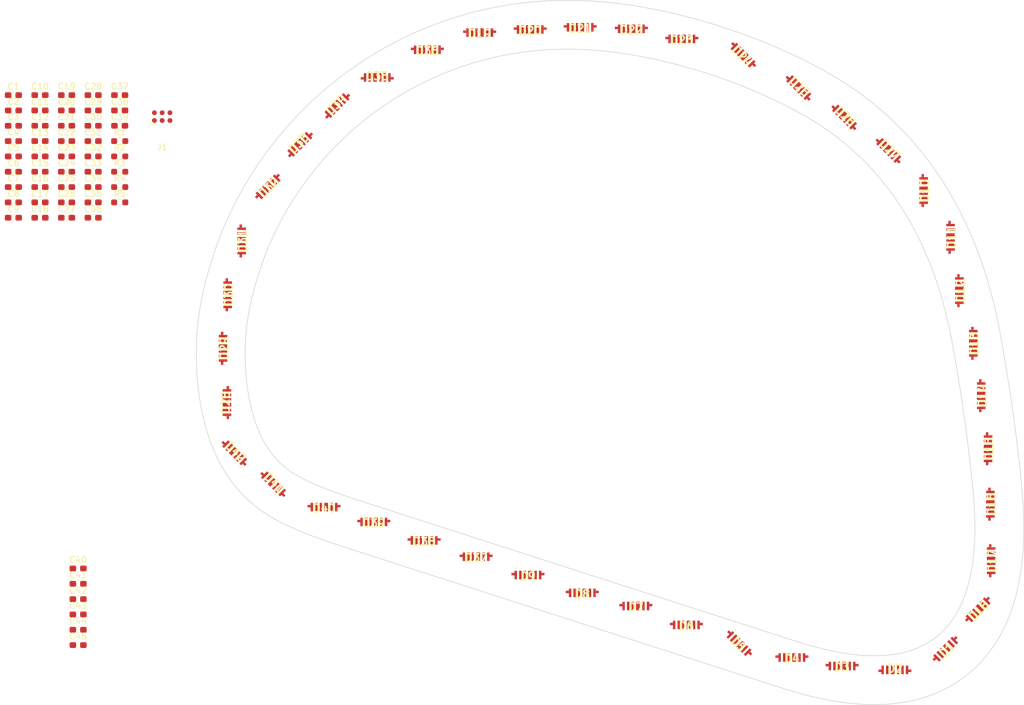
<source format=kicad_pcb>
(kicad_pcb (version 20221018) (generator pcbnew)
  (layers (0 "F.Cu" signal) (31 "B.Cu" signal) (34 "B.Paste" user) (35 "F.Paste" user) (36 "B.SilkS" user "B.Silkscreen") (37 "F.SilkS" user "F.Silkscreen") (38 "B.Mask" user) (39 "F.Mask" user) (44 "Edge.Cuts" user))
  (net 0 "")
  (net 1 "+3.3V")
  (net 2 "GND")
  (net 3 "Net-(IC1-PA1_{slash}_NRST)")
  (net 4 "+5V")
  (net 6 "Net-(IC1-PA19_{slash}_SWDIO)")
  (net 7 "Net-(IC1-PA20_{slash}_A6_{slash}_SWCLK)")
  (net 9 "Net-(IC1-PA0)")
  (net 10 "Net-(D1-DIN)")
  (net 11 "Net-(U2-NC{slash}FB)")
  (net 13 "Net-(D1-DOUT)")
  (net 15 "Net-(D2-DOUT)")
  (net 17 "Net-(D3-DOUT)")
  (net 19 "Net-(D4-DOUT)")
  (net 21 "Net-(D5-DOUT)")
  (net 22 "Net-(D10-DOUT)")
  (net 24 "Net-(D6-DOUT)")
  (net 26 "Net-(D7-DOUT)")
  (net 28 "Net-(D11-DIN)")
  (net 30 "Net-(D10-DIN)")
  (net 33 "Net-(D11-DOUT)")
  (net 35 "Net-(D12-DOUT)")
  (net 37 "Net-(D13-DOUT)")
  (net 39 "Net-(D14-DOUT)")
  (net 41 "Net-(D15-DOUT)")
  (net 43 "Net-(D16-DOUT)")
  (net 45 "Net-(D17-DOUT)")
  (net 47 "Net-(D18-DOUT)")
  (net 49 "Net-(D19-DOUT)")
  (net 51 "Net-(D20-DOUT)")
  (net 52 "Net-(D20-DIN)")
  (net 54 "Net-(D21-DOUT)")
  (net 55 "Net-(D21-DIN)")
  (net 57 "Net-(D22-DOUT)")
  (net 59 "Net-(D23-DOUT)")
  (net 61 "Net-(D24-DOUT)")
  (net 63 "Net-(D25-DOUT)")
  (net 65 "Net-(D26-DOUT)")
  (net 67 "Net-(D27-DOUT)")
  (net 69 "Net-(D28-DOUT)")
  (net 71 "Net-(D29-DOUT)")
  (net 73 "Net-(D30-DOUT)")
  (net 75 "Net-(D31-DOUT)")
  (net 77 "Net-(D32-DOUT)")
  (net 79 "Net-(D33-DOUT)")
  (net 83 "Net-(D36-DOUT)")
  (net 85 "Net-(D37-DOUT)")
  (net 87 "Net-(D38-DOUT)")
  (net 89 "Net-(D39-DOUT)")
  (net 91 "Net-(D40-DOUT)")
  (net 93 "Net-(D41-DOUT)")
  (footprint "IN-PI4818QAS5R5G5BPW:INPI4818QAS5R5G5BPW" (layer "F.Cu") (at 120.63 32.812)
    (fp_text reference "D20" (at 0 -0.1) (layer "F.SilkS") (effects (font (size 1.27 1.27) (thickness 0.254))))
    (fp_text value "~" hide)
    (pad "1" smd rect (at -2 -0.3) (size 0.4 1.4) (layers "F.Cu" "F.Paste" "F.Mask") (net 4 "+5V"))
    (pad "2" smd rect (at -1.25 -0.3) (size 0.4 1.4) (layers "F.Cu" "F.Paste" "F.Mask"))
    (pad "3" smd rect (at -0.525 -0.3) (size 0.35 1.4) (layers "F.Cu" "F.Paste" "F.Mask") (net 51 "Net-(D20-DOUT)"))
    (pad "4" smd rect (at 0.35 -0.3) (size 0.6 1.4) (layers "F.Cu" "F.Paste" "F.Mask") (net 2 "GND"))
    (pad "5" smd rect (at 1.25 -0.3) (size 0.4 1.4) (layers "F.Cu" "F.Paste" "F.Mask") (net 4 "+5V"))
    (pad "6" smd rect (at 2 -0.3) (size 0.4 1.4) (layers "F.Cu" "F.Paste" "F.Mask") (net 52 "Net-(D20-DIN)"))
    (pad "7" smd rect (at 2.45 -0.45 90) (size 0.4 0.5) (layers "F.Cu" "F.Paste" "F.Mask"))
    (pad "8" smd rect (at -2.45 -0.45 90) (size 0.4 0.5) (layers "F.Cu" "F.Paste" "F.Mask"))
  )
  (footprint "Capacitor_SMD:C_0603_1608Metric_Pad1.08x0.95mm_HandSolder" (layer "F.Cu") (at 46.6355 133.35)
    (fp_text reference "C45" (at 0 -1.43) (layer "F.SilkS"))
    (fp_text value "0.1uF")
    (pad "1" smd roundrect (at -0.8625 0) (size 1.075 0.95) (layers "F.Cu" "F.Paste" "F.Mask") (net 4 "+5V"))
    (pad "2" smd roundrect (at 0.8625 0) (size 1.075 0.95) (layers "F.Cu" "F.Paste" "F.Mask") (net 2 "GND"))
  )
  (footprint "IN-PI4818QAS5R5G5BPW:INPI4818QAS5R5G5BPW" (layer "F.Cu") (at 111.777 119.172)
    (fp_text reference "D37" (at 0 -0.1) (layer "F.SilkS") (effects (font (size 1.27 1.27) (thickness 0.254))))
    (fp_text value "~" hide)
    (pad "1" smd rect (at -2 -0.3) (size 0.4 1.4) (layers "F.Cu" "F.Paste" "F.Mask") (net 4 "+5V"))
    (pad "2" smd rect (at -1.25 -0.3) (size 0.4 1.4) (layers "F.Cu" "F.Paste" "F.Mask"))
    (pad "3" smd rect (at -0.525 -0.3) (size 0.35 1.4) (layers "F.Cu" "F.Paste" "F.Mask") (net 85 "Net-(D37-DOUT)"))
    (pad "4" smd rect (at 0.35 -0.3) (size 0.6 1.4) (layers "F.Cu" "F.Paste" "F.Mask") (net 2 "GND"))
    (pad "5" smd rect (at 1.25 -0.3) (size 0.4 1.4) (layers "F.Cu" "F.Paste" "F.Mask") (net 4 "+5V"))
    (pad "6" smd rect (at 2 -0.3) (size 0.4 1.4) (layers "F.Cu" "F.Paste" "F.Mask") (net 83 "Net-(D36-DOUT)"))
    (pad "7" smd rect (at 2.45 -0.45 90) (size 0.4 0.5) (layers "F.Cu" "F.Paste" "F.Mask"))
    (pad "8" smd rect (at -2.45 -0.45 90) (size 0.4 0.5) (layers "F.Cu" "F.Paste" "F.Mask"))
  )
  (footprint "IN-PI4818QAS5R5G5BPW:INPI4818QAS5R5G5BPW" (layer "F.Cu") (at 70.692999 93.619 -90)
    (fp_text reference "D28" (at 0 -0.1 90) (layer "F.SilkS") (effects (font (size 1.27 1.27) (thickness 0.254))))
    (fp_text value "~" hide)
    (pad "1" smd rect (at -2 -0.3 270) (size 0.4 1.4) (layers "F.Cu" "F.Paste" "F.Mask") (net 4 "+5V"))
    (pad "2" smd rect (at -1.25 -0.3 270) (size 0.4 1.4) (layers "F.Cu" "F.Paste" "F.Mask"))
    (pad "3" smd rect (at -0.525 -0.3 270) (size 0.35 1.4) (layers "F.Cu" "F.Paste" "F.Mask") (net 69 "Net-(D28-DOUT)"))
    (pad "4" smd rect (at 0.35 -0.3 270) (size 0.6 1.4) (layers "F.Cu" "F.Paste" "F.Mask") (net 2 "GND"))
    (pad "5" smd rect (at 1.25 -0.3 270) (size 0.4 1.4) (layers "F.Cu" "F.Paste" "F.Mask") (net 4 "+5V"))
    (pad "6" smd rect (at 2 -0.3 270) (size 0.4 1.4) (layers "F.Cu" "F.Paste" "F.Mask") (net 63 "Net-(D25-DOUT)"))
    (pad "7" smd rect (at 2.45 -0.45) (size 0.4 0.5) (layers "F.Cu" "F.Paste" "F.Mask"))
    (pad "8" smd rect (at -2.45 -0.45) (size 0.4 0.5) (layers "F.Cu" "F.Paste" "F.Mask"))
  )
  (footprint "IN-PI4818QAS5R5G5BPW:INPI4818QAS5R5G5BPW" (layer "F.Cu") (at 77.941249 58.500016 45)
    (fp_text reference "D32" (at 0 -0.1 45) (layer "F.SilkS") (effects (font (size 1.27 1.27) (thickness 0.254))))
    (fp_text value "~" hide)
    (pad "1" smd rect (at -2 -0.3 45) (size 0.4 1.4) (layers "F.Cu" "F.Paste" "F.Mask") (net 4 "+5V"))
    (pad "2" smd rect (at -1.25 -0.3 45) (size 0.4 1.4) (layers "F.Cu" "F.Paste" "F.Mask"))
    (pad "3" smd rect (at -0.525 -0.3 45) (size 0.35 1.4) (layers "F.Cu" "F.Paste" "F.Mask") (net 77 "Net-(D32-DOUT)"))
    (pad "4" smd rect (at 0.35 -0.3 45) (size 0.6 1.4) (layers "F.Cu" "F.Paste" "F.Mask") (net 2 "GND"))
    (pad "5" smd rect (at 1.25 -0.3 45) (size 0.4 1.4) (layers "F.Cu" "F.Paste" "F.Mask") (net 4 "+5V"))
    (pad "6" smd rect (at 2 -0.3 45) (size 0.4 1.4) (layers "F.Cu" "F.Paste" "F.Mask") (net 71 "Net-(D29-DOUT)"))
    (pad "7" smd rect (at 2.45 -0.45 135) (size 0.4 0.5) (layers "F.Cu" "F.Paste" "F.Mask"))
    (pad "8" smd rect (at -2.45 -0.45 135) (size 0.4 0.5) (layers "F.Cu" "F.Paste" "F.Mask"))
  )
  (footprint "Capacitor_SMD:C_0603_1608Metric_Pad1.08x0.95mm_HandSolder" (layer "F.Cu") (at 44.7435 48.283)
    (fp_text reference "C21" (at 0 -1.43) (layer "F.SilkS"))
    (fp_text value "0.1uF")
    (pad "1" smd roundrect (at -0.8625 0) (size 1.075 0.95) (layers "F.Cu" "F.Paste" "F.Mask") (net 4 "+5V"))
    (pad "2" smd roundrect (at 0.8625 0) (size 1.075 0.95) (layers "F.Cu" "F.Paste" "F.Mask") (net 2 "GND"))
  )
  (footprint "IN-PI4818QAS5R5G5BPW:INPI4818QAS5R5G5BPW" (layer "F.Cu") (at 164.799016 41.819751 135)
    (fp_text reference "D25" (at 0 -0.1 135) (layer "F.SilkS") (effects (font (size 1.27 1.27) (thickness 0.254))))
    (fp_text value "~" hide)
    (pad "1" smd rect (at -2 -0.3 135) (size 0.4 1.4) (layers "F.Cu" "F.Paste" "F.Mask") (net 4 "+5V"))
    (pad "2" smd rect (at -1.25 -0.3 135) (size 0.4 1.4) (layers "F.Cu" "F.Paste" "F.Mask"))
    (pad "3" smd rect (at -0.525 -0.3 135) (size 0.35 1.4) (layers "F.Cu" "F.Paste" "F.Mask") (net 63 "Net-(D25-DOUT)"))
    (pad "4" smd rect (at 0.35 -0.3 135) (size 0.6 1.4) (layers "F.Cu" "F.Paste" "F.Mask") (net 2 "GND"))
    (pad "5" smd rect (at 1.25 -0.3 135) (size 0.4 1.4) (layers "F.Cu" "F.Paste" "F.Mask") (net 4 "+5V"))
    (pad "6" smd rect (at 2 -0.3 135) (size 0.4 1.4) (layers "F.Cu" "F.Paste" "F.Mask") (net 57 "Net-(D22-DOUT)"))
    (pad "7" smd rect (at 2.45 -0.45 225) (size 0.4 0.5) (layers "F.Cu" "F.Paste" "F.Mask"))
    (pad "8" smd rect (at -2.45 -0.45 225) (size 0.4 0.5) (layers "F.Cu" "F.Paste" "F.Mask"))
  )
  (footprint "Capacitor_SMD:C_0603_1608Metric_Pad1.08x0.95mm_HandSolder" (layer "F.Cu") (at 36.0435 58.323)
    (fp_text reference "C7" (at 0 -1.43) (layer "F.SilkS"))
    (fp_text value "0.1uF")
    (pad "1" smd roundrect (at -0.8625 0) (size 1.075 0.95) (layers "F.Cu" "F.Paste" "F.Mask") (net 4 "+5V"))
    (pad "2" smd roundrect (at 0.8625 0) (size 1.075 0.95) (layers "F.Cu" "F.Paste" "F.Mask") (net 2 "GND"))
  )
  (footprint "IN-PI4818QAS5R5G5BPW:INPI4818QAS5R5G5BPW" (layer "F.Cu") (at 195.88 101.187999 90)
    (fp_text reference "D15" (at 0 -0.1 90) (layer "F.SilkS") (effects (font (size 1.27 1.27) (thickness 0.254))))
    (fp_text value "~" hide)
    (pad "1" smd rect (at -2 -0.3 90) (size 0.4 1.4) (layers "F.Cu" "F.Paste" "F.Mask") (net 4 "+5V"))
    (pad "2" smd rect (at -1.25 -0.3 90) (size 0.4 1.4) (layers "F.Cu" "F.Paste" "F.Mask"))
    (pad "3" smd rect (at -0.525 -0.3 90) (size 0.35 1.4) (layers "F.Cu" "F.Paste" "F.Mask") (net 41 "Net-(D15-DOUT)"))
    (pad "4" smd rect (at 0.35 -0.3 90) (size 0.6 1.4) (layers "F.Cu" "F.Paste" "F.Mask") (net 2 "GND"))
    (pad "5" smd rect (at 1.25 -0.3 90) (size 0.4 1.4) (layers "F.Cu" "F.Paste" "F.Mask") (net 4 "+5V"))
    (pad "6" smd rect (at 2 -0.3 90) (size 0.4 1.4) (layers "F.Cu" "F.Paste" "F.Mask") (net 39 "Net-(D14-DOUT)"))
    (pad "7" smd rect (at 2.45 -0.45 180) (size 0.4 0.5) (layers "F.Cu" "F.Paste" "F.Mask"))
    (pad "8" smd rect (at -2.45 -0.45 180) (size 0.4 0.5) (layers "F.Cu" "F.Paste" "F.Mask"))
  )
  (footprint "Capacitor_SMD:C_0603_1608Metric_Pad1.08x0.95mm_HandSolder" (layer "F.Cu") (at 49.0935 63.343)
    (fp_text reference "C36" (at 0 -1.43) (layer "F.SilkS"))
    (fp_text value "0.1uF")
    (pad "1" smd roundrect (at -0.8625 0) (size 1.075 0.95) (layers "F.Cu" "F.Paste" "F.Mask") (net 4 "+5V"))
    (pad "2" smd roundrect (at 0.8625 0) (size 1.075 0.95) (layers "F.Cu" "F.Paste" "F.Mask") (net 2 "GND"))
  )
  (footprint "Capacitor_SMD:C_0603_1608Metric_Pad1.08x0.95mm_HandSolder" (layer "F.Cu") (at 49.0935 43.263)
    (fp_text reference "C28" (at 0 -1.43) (layer "F.SilkS"))
    (fp_text value "0.1uF")
    (pad "1" smd roundrect (at -0.8625 0) (size 1.075 0.95) (layers "F.Cu" "F.Paste" "F.Mask") (net 4 "+5V"))
    (pad "2" smd roundrect (at 0.8625 0) (size 1.075 0.95) (layers "F.Cu" "F.Paste" "F.Mask") (net 2 "GND"))
  )
  (footprint "Capacitor_SMD:C_0603_1608Metric_Pad1.08x0.95mm_HandSolder" (layer "F.Cu") (at 44.7435 43.263)
    (fp_text reference "C19" (at 0 -1.43) (layer "F.SilkS"))
    (fp_text value "0.1uF")
    (pad "1" smd roundrect (at -0.8625 0) (size 1.075 0.95) (layers "F.Cu" "F.Paste" "F.Mask") (net 4 "+5V"))
    (pad "2" smd roundrect (at 0.8625 0) (size 1.075 0.95) (layers "F.Cu" "F.Paste" "F.Mask") (net 2 "GND"))
  )
  (footprint "IN-PI4818QAS5R5G5BPW:INPI4818QAS5R5G5BPW" (layer "F.Cu") (at 72.468619 101.635355 135)
    (fp_text reference "D42" (at 0 -0.1 135) (layer "F.SilkS") (effects (font (size 1.27 1.27) (thickness 0.254))))
    (fp_text value "~" hide)
    (pad "1" smd rect (at -2 -0.3 135) (size 0.4 1.4) (layers "F.Cu" "F.Paste" "F.Mask") (net 4 "+5V"))
    (pad "2" smd rect (at -1.25 -0.3 135) (size 0.4 1.4) (layers "F.Cu" "F.Paste" "F.Mask"))
    (pad "3" smd rect (at -0.525 -0.3 135) (size 0.35 1.4) (layers "F.Cu" "F.Paste" "F.Mask"))
    (pad "4" smd rect (at 0.35 -0.3 135) (size 0.6 1.4) (layers "F.Cu" "F.Paste" "F.Mask") (net 2 "GND"))
    (pad "5" smd rect (at 1.25 -0.3 135) (size 0.4 1.4) (layers "F.Cu" "F.Paste" "F.Mask") (net 4 "+5V"))
    (pad "6" smd rect (at 2 -0.3 135) (size 0.4 1.4) (layers "F.Cu" "F.Paste" "F.Mask") (net 93 "Net-(D41-DOUT)"))
    (pad "7" smd rect (at 2.45 -0.45 225) (size 0.4 0.5) (layers "F.Cu" "F.Paste" "F.Mask"))
    (pad "8" smd rect (at -2.45 -0.45 225) (size 0.4 0.5) (layers "F.Cu" "F.Paste" "F.Mask"))
  )
  (footprint "IN-PI4818QAS5R5G5BPW:INPI4818QAS5R5G5BPW" (layer "F.Cu") (at 194.165786 127.78061 45)
    (fp_text reference "D18" (at 0 -0.1 45) (layer "F.SilkS") (effects (font (size 1.27 1.27) (thickness 0.254))))
    (fp_text value "~" hide)
    (pad "1" smd rect (at -2 -0.3 45) (size 0.4 1.4) (layers "F.Cu" "F.Paste" "F.Mask") (net 4 "+5V"))
    (pad "2" smd rect (at -1.25 -0.3 45) (size 0.4 1.4) (layers "F.Cu" "F.Paste" "F.Mask"))
    (pad "3" smd rect (at -0.525 -0.3 45) (size 0.35 1.4) (layers "F.Cu" "F.Paste" "F.Mask") (net 47 "Net-(D18-DOUT)"))
    (pad "4" smd rect (at 0.35 -0.3 45) (size 0.6 1.4) (layers "F.Cu" "F.Paste" "F.Mask") (net 2 "GND"))
    (pad "5" smd rect (at 1.25 -0.3 45) (size 0.4 1.4) (layers "F.Cu" "F.Paste" "F.Mask") (net 4 "+5V"))
    (pad "6" smd rect (at 2 -0.3 45) (size 0.4 1.4) (layers "F.Cu" "F.Paste" "F.Mask") (net 45 "Net-(D17-DOUT)"))
    (pad "7" smd rect (at 2.45 -0.45 135) (size 0.4 0.5) (layers "F.Cu" "F.Paste" "F.Mask"))
    (pad "8" smd rect (at -2.45 -0.45 135) (size 0.4 0.5) (layers "F.Cu" "F.Paste" "F.Mask"))
  )
  (footprint "IN-PI4818QAS5R5G5BPW:INPI4818QAS5R5G5BPW" (layer "F.Cu") (at 163.469 135.682)
    (fp_text reference "D4" (at 0 -0.1) (layer "F.SilkS") (effects (font (size 1.27 1.27) (thickness 0.254))))
    (fp_text value "~" hide)
    (pad "1" smd rect (at -2 -0.3) (size 0.4 1.4) (layers "F.Cu" "F.Paste" "F.Mask") (net 4 "+5V"))
    (pad "2" smd rect (at -1.25 -0.3) (size 0.4 1.4) (layers "F.Cu" "F.Paste" "F.Mask"))
    (pad "3" smd rect (at -0.525 -0.3) (size 0.35 1.4) (layers "F.Cu" "F.Paste" "F.Mask") (net 19 "Net-(D4-DOUT)"))
    (pad "4" smd rect (at 0.35 -0.3) (size 0.6 1.4) (layers "F.Cu" "F.Paste" "F.Mask") (net 2 "GND"))
    (pad "5" smd rect (at 1.25 -0.3) (size 0.4 1.4) (layers "F.Cu" "F.Paste" "F.Mask") (net 4 "+5V"))
    (pad "6" smd rect (at 2 -0.3) (size 0.4 1.4) (layers "F.Cu" "F.Paste" "F.Mask") (net 17 "Net-(D3-DOUT)"))
    (pad "7" smd rect (at 2.45 -0.45 90) (size 0.4 0.5) (layers "F.Cu" "F.Paste" "F.Mask"))
    (pad "8" smd rect (at -2.45 -0.45 90) (size 0.4 0.5) (layers "F.Cu" "F.Paste" "F.Mask"))
  )
  (footprint "IN-PI4818QAS5R5G5BPW:INPI4818QAS5R5G5BPW" (layer "F.Cu") (at 171.684 137.079)
    (fp_text reference "D3" (at 0 -0.1) (layer "F.SilkS") (effects (font (size 1.27 1.27) (thickness 0.254))))
    (fp_text value "~" hide)
    (pad "1" smd rect (at -2 -0.3) (size 0.4 1.4) (layers "F.Cu" "F.Paste" "F.Mask") (net 4 "+5V"))
    (pad "2" smd rect (at -1.25 -0.3) (size 0.4 1.4) (layers "F.Cu" "F.Paste" "F.Mask"))
    (pad "3" smd rect (at -0.525 -0.3) (size 0.35 1.4) (layers "F.Cu" "F.Paste" "F.Mask") (net 17 "Net-(D3-DOUT)"))
    (pad "4" smd rect (at 0.35 -0.3) (size 0.6 1.4) (layers "F.Cu" "F.Paste" "F.Mask") (net 2 "GND"))
    (pad "5" smd rect (at 1.25 -0.3) (size 0.4 1.4) (layers "F.Cu" "F.Paste" "F.Mask") (net 4 "+5V"))
    (pad "6" smd rect (at 2 -0.3) (size 0.4 1.4) (layers "F.Cu" "F.Paste" "F.Mask") (net 15 "Net-(D2-DOUT)"))
    (pad "7" smd rect (at 2.45 -0.45 90) (size 0.4 0.5) (layers "F.Cu" "F.Paste" "F.Mask"))
    (pad "8" smd rect (at -2.45 -0.45 90) (size 0.4 0.5) (layers "F.Cu" "F.Paste" "F.Mask"))
  )
  (footprint "Capacitor_SMD:C_0603_1608Metric_Pad1.08x0.95mm_HandSolder" (layer "F.Cu") (at 46.6355 123.31)
    (fp_text reference "C41" (at 0 -1.43) (layer "F.SilkS"))
    (fp_text value "0.1uF")
    (pad "1" smd roundrect (at -0.8625 0) (size 1.075 0.95) (layers "F.Cu" "F.Paste" "F.Mask") (net 4 "+5V"))
    (pad "2" smd roundrect (at 0.8625 0) (size 1.075 0.95) (layers "F.Cu" "F.Paste" "F.Mask") (net 2 "GND"))
  )
  (footprint "IN-PI4818QAS5R5G5BPW:INPI4818QAS5R5G5BPW" (layer "F.Cu") (at 155.253082 36.932346 -45)
    (fp_text reference "D24" (at 0 -0.1 135) (layer "F.SilkS") (effects (font (size 1.27 1.27) (thickness 0.254))))
    (fp_text value "~" hide)
    (pad "1" smd rect (at -2 -0.3 315) (size 0.4 1.4) (layers "F.Cu" "F.Paste" "F.Mask") (net 4 "+5V"))
    (pad "2" smd rect (at -1.25 -0.3 315) (size 0.4 1.4) (layers "F.Cu" "F.Paste" "F.Mask"))
    (pad "3" smd rect (at -0.525 -0.3 315) (size 0.35 1.4) (layers "F.Cu" "F.Paste" "F.Mask") (net 61 "Net-(D24-DOUT)"))
    (pad "4" smd rect (at 0.35 -0.3 315) (size 0.6 1.4) (layers "F.Cu" "F.Paste" "F.Mask") (net 2 "GND"))
    (pad "5" smd rect (at 1.25 -0.3 315) (size 0.4 1.4) (layers "F.Cu" "F.Paste" "F.Mask") (net 4 "+5V"))
    (pad "6" smd rect (at 2 -0.3 315) (size 0.4 1.4) (layers "F.Cu" "F.Paste" "F.Mask") (net 54 "Net-(D21-DOUT)"))
    (pad "7" smd rect (at 2.45 -0.45 45) (size 0.4 0.5) (layers "F.Cu" "F.Paste" "F.Mask"))
    (pad "8" smd rect (at -2.45 -0.45 45) (size 0.4 0.5) (layers "F.Cu" "F.Paste" "F.Mask"))
  )
  (footprint "IN-PI4818QAS5R5G5BPW:INPI4818QAS5R5G5BPW" (layer "F.Cu") (at 88.797654 44.763082 -135)
    (fp_text reference "D34" (at 0 -0.1 45) (layer "F.SilkS") (effects (font (size 1.27 1.27) (thickness 0.254))))
    (fp_text value "~" hide)
    (pad "1" smd rect (at -2 -0.3 225) (size 0.4 1.4) (layers "F.Cu" "F.Paste" "F.Mask") (net 4 "+5V"))
    (pad "2" smd rect (at -1.25 -0.3 225) (size 0.4 1.4) (layers "F.Cu" "F.Paste" "F.Mask"))
    (pad "3" smd rect (at -0.525 -0.3 225) (size 0.35 1.4) (layers "F.Cu" "F.Paste" "F.Mask") (net 52 "Net-(D20-DIN)"))
    (pad "4" smd rect (at 0.35 -0.3 225) (size 0.6 1.4) (layers "F.Cu" "F.Paste" "F.Mask") (net 2 "GND"))
    (pad "5" smd rect (at 1.25 -0.3 225) (size 0.4 1.4) (layers "F.Cu" "F.Paste" "F.Mask") (net 4 "+5V"))
    (pad "6" smd rect (at 2 -0.3 225) (size 0.4 1.4) (layers "F.Cu" "F.Paste" "F.Mask") (net 75 "Net-(D31-DOUT)"))
    (pad "7" smd rect (at 2.45 -0.45 315) (size 0.4 0.5) (layers "F.Cu" "F.Paste" "F.Mask"))
    (pad "8" smd rect (at -2.45 -0.45 315) (size 0.4 0.5) (layers "F.Cu" "F.Paste" "F.Mask"))
  )
  (footprint "IN-PI4818QAS5R5G5BPW:INPI4818QAS5R5G5BPW" (layer "F.Cu") (at 188.849 134.239 45)
    (fp_text reference "D1" (at 0 -0.1 45) (layer "F.SilkS") (effects (font (size 1.27 1.27) (thickness 0.254))))
    (fp_text value "~" hide)
    (pad "1" smd rect (at -2 -0.3 45) (size 0.4 1.4) (layers "F.Cu" "F.Paste" "F.Mask") (net 4 "+5V"))
    (pad "2" smd rect (at -1.25 -0.3 45) (size 0.4 1.4) (layers "F.Cu" "F.Paste" "F.Mask"))
    (pad "3" smd rect (at -0.525 -0.3 45) (size 0.35 1.4) (layers "F.Cu" "F.Paste" "F.Mask") (net 13 "Net-(D1-DOUT)"))
    (pad "4" smd rect (at 0.35 -0.3 45) (size 0.6 1.4) (layers "F.Cu" "F.Paste" "F.Mask") (net 2 "GND"))
    (pad "5" smd rect (at 1.25 -0.3 45) (size 0.4 1.4) (layers "F.Cu" "F.Paste" "F.Mask") (net 4 "+5V"))
    (pad "6" smd rect (at 2 -0.3 45) (size 0.4 1.4) (layers "F.Cu" "F.Paste" "F.Mask") (net 10 "Net-(D1-DIN)"))
    (pad "7" smd rect (at 2.45 -0.45 135) (size 0.4 0.5) (layers "F.Cu" "F.Paste" "F.Mask"))
    (pad "8" smd rect (at -2.45 -0.45 135) (size 0.4 0.5) (layers "F.Cu" "F.Paste" "F.Mask"))
  )
  (footprint "Capacitor_SMD:C_0603_1608Metric_Pad1.08x0.95mm_HandSolder" (layer "F.Cu") (at 36.0435 45.773)
    (fp_text reference "C2" (at 0 -1.43) (layer "F.SilkS"))
    (fp_text value "0.1uF")
    (pad "1" smd roundrect (at -0.8625 0) (size 1.075 0.95) (layers "F.Cu" "F.Paste" "F.Mask") (net 1 "+3.3V"))
    (pad "2" smd roundrect (at 0.8625 0) (size 1.075 0.95) (layers "F.Cu" "F.Paste" "F.Mask") (net 2 "GND"))
  )
  (footprint "IN-PI4818QAS5R5G5BPW:INPI4818QAS5R5G5BPW" (layer "F.Cu") (at 193.467 83.915 90)
    (fp_text reference "D13" (at 0 -0.1 90) (layer "F.SilkS") (effects (font (size 1.27 1.27) (thickness 0.254))))
    (fp_text value "~" hide)
    (pad "1" smd rect (at -2 -0.3 90) (size 0.4 1.4) (layers "F.Cu" "F.Paste" "F.Mask") (net 4 "+5V"))
    (pad "2" smd rect (at -1.25 -0.3 90) (size 0.4 1.4) (layers "F.Cu" "F.Paste" "F.Mask"))
    (pad "3" smd rect (at -0.525 -0.3 90) (size 0.35 1.4) (layers "F.Cu" "F.Paste" "F.Mask") (net 37 "Net-(D13-DOUT)"))
    (pad "4" smd rect (at 0.35 -0.3 90) (size 0.6 1.4) (layers "F.Cu" "F.Paste" "F.Mask") (net 2 "GND"))
    (pad "5" smd rect (at 1.25 -0.3 90) (size 0.4 1.4) (layers "F.Cu" "F.Paste" "F.Mask") (net 4 "+5V"))
    (pad "6" smd rect (at 2 -0.3 90) (size 0.4 1.4) (layers "F.Cu" "F.Paste" "F.Mask") (net 35 "Net-(D12-DOUT)"))
    (pad "7" smd rect (at 2.45 -0.45 180) (size 0.4 0.5) (layers "F.Cu" "F.Paste" "F.Mask"))
    (pad "8" smd rect (at -2.45 -0.45 180) (size 0.4 0.5) (layers "F.Cu" "F.Paste" "F.Mask"))
  )
  (footprint "Capacitor_SMD:C_0603_1608Metric_Pad1.08x0.95mm_HandSolder" (layer "F.Cu") (at 49.0935 55.813)
    (fp_text reference "C33" (at 0 -1.43) (layer "F.SilkS"))
    (fp_text value "0.1uF")
    (pad "1" smd roundrect (at -0.8625 0) (size 1.075 0.95) (layers "F.Cu" "F.Paste" "F.Mask") (net 4 "+5V"))
    (pad "2" smd roundrect (at 0.8625 0) (size 1.075 0.95) (layers "F.Cu" "F.Paste" "F.Mask") (net 2 "GND"))
  )
  (footprint "Capacitor_SMD:C_0603_1608Metric_Pad1.08x0.95mm_HandSolder" (layer "F.Cu") (at 49.0935 53.303)
    (fp_text reference "C32" (at 0 -1.43) (layer "F.SilkS"))
    (fp_text value "0.1uF")
    (pad "1" smd roundrect (at -0.8625 0) (size 1.075 0.95) (layers "F.Cu" "F.Paste" "F.Mask") (net 4 "+5V"))
    (pad "2" smd roundrect (at 0.8625 0) (size 1.075 0.95) (layers "F.Cu" "F.Paste" "F.Mask") (net 2 "GND"))
  )
  (footprint "Capacitor_SMD:C_0603_1608Metric_Pad1.08x0.95mm_HandSolder" (layer "F.Cu") (at 36.0435 60.833)
    (fp_text reference "C8" (at 0 -1.43) (layer "F.SilkS"))
    (fp_text value "0.1uF")
    (pad "1" smd roundrect (at -0.8625 0) (size 1.075 0.95) (layers "F.Cu" "F.Paste" "F.Mask") (net 4 "+5V"))
    (pad "2" smd roundrect (at 0.8625 0) (size 1.075 0.95) (layers "F.Cu" "F.Paste" "F.Mask") (net 2 "GND"))
  )
  (footprint "Capacitor_SMD:C_0603_1608Metric_Pad1.08x0.95mm_HandSolder" (layer "F.Cu") (at 49.0935 58.323)
    (fp_text reference "C34" (at 0 -1.43) (layer "F.SilkS"))
    (fp_text value "0.1uF")
    (pad "1" smd roundrect (at -0.8625 0) (size 1.075 0.95) (layers "F.Cu" "F.Paste" "F.Mask") (net 4 "+5V"))
    (pad "2" smd roundrect (at 0.8625 0) (size 1.075 0.95) (layers "F.Cu" "F.Paste" "F.Mask") (net 2 "GND"))
  )
  (footprint "Capacitor_SMD:C_0603_1608Metric_Pad1.08x0.95mm_HandSolder" (layer "F.Cu") (at 46.6355 130.84)
    (fp_text reference "C44" (at 0 -1.43) (layer "F.SilkS"))
    (fp_text value "0.1uF")
    (pad "1" smd roundrect (at -0.8625 0) (size 1.075 0.95) (layers "F.Cu" "F.Paste" "F.Mask") (net 4 "+5V"))
    (pad "2" smd roundrect (at 0.8625 0) (size 1.075 0.95) (layers "F.Cu" "F.Paste" "F.Mask") (net 2 "GND"))
  )
  (footprint "Capacitor_SMD:C_0603_1608Metric_Pad1.08x0.95mm_HandSolder" (layer "F.Cu") (at 36.0435 50.793)
    (fp_text reference "C4" (at 0 -1.43) (layer "F.SilkS"))
    (fp_text value "0.1uF")
    (pad "1" smd roundrect (at -0.8625 0) (size 1.075 0.95) (layers "F.Cu" "F.Paste" "F.Mask") (net 4 "+5V"))
    (pad "2" smd roundrect (at 0.8625 0) (size 1.075 0.95) (layers "F.Cu" "F.Paste" "F.Mask") (net 2 "GND"))
  )
  (footprint "Resistor_SMD:R_0603_1608Metric_Pad0.98x0.95mm_HandSolder" (layer "F.Cu") (at 53.4435 55.813)
    (fp_text reference "R3" (at 0 -1.43) (layer "F.SilkS"))
    (fp_text value "500")
    (pad "1" smd roundrect (at -0.9125 0) (size 0.975 0.95) (layers "F.Cu" "F.Paste" "F.Mask") (net 9 "Net-(IC1-PA0)"))
    (pad "2" smd roundrect (at 0.9125 0) (size 0.975 0.95) (layers "F.Cu" "F.Paste" "F.Mask") (net 10 "Net-(D1-DIN)"))
  )
  (footprint "Capacitor_SMD:C_0603_1608Metric_Pad1.08x0.95mm_HandSolder" (layer "F.Cu") (at 53.4435 45.773)
    (fp_text reference "C38" (at 0 -1.43) (layer "F.SilkS"))
    (fp_text value "0.1uF")
    (pad "1" smd roundrect (at -0.8625 0) (size 1.075 0.95) (layers "F.Cu" "F.Paste" "F.Mask") (net 4 "+5V"))
    (pad "2" smd roundrect (at 0.8625 0) (size 1.075 0.95) (layers "F.Cu" "F.Paste" "F.Mask") (net 2 "GND"))
  )
  (footprint "Resistor_SMD:R_0603_1608Metric_Pad0.98x0.95mm_HandSolder" (layer "F.Cu") (at 53.4435 60.833)
    (fp_text reference "R5" (at 0 -1.43) (layer "F.SilkS"))
    (fp_text value "169K")
    (pad "1" smd roundrect (at -0.9125 0) (size 0.975 0.95) (layers "F.Cu" "F.Paste" "F.Mask") (net 11 "Net-(U2-NC{slash}FB)"))
    (pad "2" smd roundrect (at 0.9125 0) (size 0.975 0.95) (layers "F.Cu" "F.Paste" "F.Mask") (net 2 "GND"))
  )
  (footprint "Capacitor_SMD:C_0603_1608Metric_Pad1.08x0.95mm_HandSolder" (layer "F.Cu") (at 44.7435 53.303)
    (fp_text reference "C23" (at 0 -1.43) (layer "F.SilkS"))
    (fp_text value "0.1uF")
    (pad "1" smd roundrect (at -0.8625 0) (size 1.075 0.95) (layers "F.Cu" "F.Paste" "F.Mask") (net 4 "+5V"))
    (pad "2" smd roundrect (at 0.8625 0) (size 1.075 0.95) (layers "F.Cu" "F.Paste" "F.Mask") (net 2 "GND"))
  )
  (footprint "IN-PI4818QAS5R5G5BPW:INPI4818QAS5R5G5BPW" (layer "F.Cu") (at 86.888 111.044)
    (fp_text reference "D40" (at 0 -0.1) (layer "F.SilkS") (effects (font (size 1.27 1.27) (thickness 0.254))))
    (fp_text value "~" hide)
    (pad "1" smd rect (at -2 -0.3) (size 0.4 1.4) (layers "F.Cu" "F.Paste" "F.Mask") (net 4 "+5V"))
    (pad "2" smd rect (at -1.25 -0.3) (size 0.4 1.4) (layers "F.Cu" "F.Paste" "F.Mask"))
    (pad "3" smd rect (at -0.525 -0.3) (size 0.35 1.4) (layers "F.Cu" "F.Paste" "F.Mask") (net 91 "Net-(D40-DOUT)"))
    (pad "4" smd rect (at 0.35 -0.3) (size 0.6 1.4) (layers "F.Cu" "F.Paste" "F.Mask") (net 2 "GND"))
    (pad "5" smd rect (at 1.25 -0.3) (size 0.4 1.4) (layers "F.Cu" "F.Paste" "F.Mask") (net 4 "+5V"))
    (pad "6" smd rect (at 2 -0.3) (size 0.4 1.4) (layers "F.Cu" "F.Paste" "F.Mask") (net 89 "Net-(D39-DOUT)"))
    (pad "7" smd rect (at 2.45 -0.45 90) (size 0.4 0.5) (layers "F.Cu" "F.Paste" "F.Mask"))
    (pad "8" smd rect (at -2.45 -0.45 90) (size 0.4 0.5) (layers "F.Cu" "F.Paste" "F.Mask"))
  )
  (footprint "IN-PI4818QAS5R5G5BPW:INPI4818QAS5R5G5BPW" (layer "F.Cu") (at 73.706 67.152 90)
    (fp_text reference "D31" (at 0 -0.1 90) (layer "F.SilkS") (effects (font (size 1.27 1.27) (thickness 0.254))))
    (fp_text value "~" hide)
    (pad "1" smd rect (at -2 -0.3 90) (size 0.4 1.4) (layers "F.Cu" "F.Paste" "F.Mask") (net 4 "+5V"))
    (pad "2" smd rect (at -1.25 -0.3 90) (size 0.4 1.4) (layers "F.Cu" "F.Paste" "F.Mask"))
    (pad "3" smd rect (at -0.525 -0.3 90) (size 0.35 1.4) (layers "F.Cu" "F.Paste" "F.Mask") (net 75 "Net-(D31-DOUT)"))
    (pad "4" smd rect (at 0.35 -0.3 90) (size 0.6 1.4) (layers "F.Cu" "F.Paste" "F.Mask") (net 2 "GND"))
    (pad "5" smd rect (at 1.25 -0.3 90) (size 0.4 1.4) (layers "F.Cu" "F.Paste" "F.Mask") (net 4 "+5V"))
    (pad "6" smd rect (at 2 -0.3 90) (size 0.4 1.4) (layers "F.Cu" "F.Paste" "F.Mask") (net 69 "Net-(D28-DOUT)"))
    (pad "7" smd rect (at 2.45 -0.45 180) (size 0.4 0.5) (layers "F.Cu" "F.Paste" "F.Mask"))
    (pad "8" smd rect (at -2.45 -0.45 180) (size 0.4 0.5) (layers "F.Cu" "F.Paste" "F.Mask"))
  )
  (footprint "Capacitor_SMD:C_0603_1608Metric_Pad1.08x0.95mm_HandSolder" (layer "F.Cu") (at 36.0435 55.813)
    (fp_text reference "C6" (at 0 -1.43) (layer "F.SilkS"))
    (fp_text value "0.1uF")
    (pad "1" smd roundrect (at -0.8625 0) (size 1.075 0.95) (layers "F.Cu" "F.Paste" "F.Mask") (net 4 "+5V"))
    (pad "2" smd roundrect (at 0.8625 0) (size 1.075 0.95) (layers "F.Cu" "F.Paste" "F.Mask") (net 2 "GND"))
  )
  (footprint "IN-PI4818QAS5R5G5BPW:INPI4818QAS5R5G5BPW" (layer "F.Cu") (at 146.197 130.348)
    (fp_text reference "D6" (at 0 -0.1) (layer "F.SilkS") (effects (font (size 1.27 1.27) (thickness 0.254))))
    (fp_text value "~" hide)
    (pad "1" smd rect (at -2 -0.3) (size 0.4 1.4) (layers "F.Cu" "F.Paste" "F.Mask") (net 4 "+5V"))
    (pad "2" smd rect (at -1.25 -0.3) (size 0.4 1.4) (layers "F.Cu" "F.Paste" "F.Mask"))
    (pad "3" smd rect (at -0.525 -0.3) (size 0.35 1.4) (layers "F.Cu" "F.Paste" "F.Mask") (net 24 "Net-(D6-DOUT)"))
    (pad "4" smd rect (at 0.35 -0.3) (size 0.6 1.4) (layers "F.Cu" "F.Paste" "F.Mask") (net 2 "GND"))
    (pad "5" smd rect (at 1.25 -0.3) (size 0.4 1.4) (layers "F.Cu" "F.Paste" "F.Mask") (net 4 "+5V"))
    (pad "6" smd rect (at 2 -0.3) (size 0.4 1.4) (layers "F.Cu" "F.Paste" "F.Mask") (net 21 "Net-(D5-DOUT)"))
    (pad "7" smd rect (at 2.45 -0.45 90) (size 0.4 0.5) (layers "F.Cu" "F.Paste" "F.Mask"))
    (pad "8" smd rect (at -2.45 -0.45 90) (size 0.4 0.5) (layers "F.Cu" "F.Paste" "F.Mask"))
  )
  (footprint "Capacitor_SMD:C_0603_1608Metric_Pad1.08x0.95mm_HandSolder" (layer "F.Cu") (at 44.7435 50.793)
    (fp_text reference "C22" (at 0 -1.43) (layer "F.SilkS"))
    (fp_text value "0.1uF")
    (pad "1" smd roundrect (at -0.8625 0) (size 1.075 0.95) (layers "F.Cu" "F.Paste" "F.Mask") (net 4 "+5V"))
    (pad "2" smd roundrect (at 0.8625 0) (size 1.075 0.95) (layers "F.Cu" "F.Paste" "F.Mask") (net 2 "GND"))
  )
  (footprint "Capacitor_SMD:C_0603_1608Metric_Pad1.08x0.95mm_HandSolder" (layer "F.Cu") (at 36.0435 53.303)
    (fp_text reference "C5" (at 0 -1.43) (layer "F.SilkS"))
    (fp_text value "0.1uF")
    (pad "1" smd roundrect (at -0.8625 0) (size 1.075 0.95) (layers "F.Cu" "F.Paste" "F.Mask") (net 4 "+5V"))
    (pad "2" smd roundrect (at 0.8625 0) (size 1.075 0.95) (layers "F.Cu" "F.Paste" "F.Mask") (net 2 "GND"))
  )
  (footprint "Capacitor_SMD:C_0603_1608Metric_Pad1.08x0.95mm_HandSolder" (layer "F.Cu") (at 40.3935 50.793)
    (fp_text reference "C13" (at 0 -1.43) (layer "F.SilkS"))
    (fp_text value "0.1uF")
    (pad "1" smd roundrect (at -0.8625 0) (size 1.075 0.95) (layers "F.Cu" "F.Paste" "F.Mask") (net 4 "+5V"))
    (pad "2" smd roundrect (at 0.8625 0) (size 1.075 0.95) (layers "F.Cu" "F.Paste" "F.Mask") (net 2 "GND"))
  )
  (footprint "IN-PI4818QAS5R5G5BPW:INPI4818QAS5R5G5BPW" (layer "F.Cu") (at 196.261 110.267999 90)
    (fp_text reference "D16" (at 0 -0.1 90) (layer "F.SilkS") (effects (font (size 1.27 1.27) (thickness 0.254))))
    (fp_text value "~" hide)
    (pad "1" smd rect (at -2 -0.3 90) (size 0.4 1.4) (layers "F.Cu" "F.Paste" "F.Mask") (net 4 "+5V"))
    (pad "2" smd rect (at -1.25 -0.3 90) (size 0.4 1.4) (layers "F.Cu" "F.Paste" "F.Mask"))
    (pad "3" smd rect (at -0.525 -0.3 90) (size 0.35 1.4) (layers "F.Cu" "F.Paste" "F.Mask") (net 43 "Net-(D16-DOUT)"))
    (pad "4" smd rect (at 0.35 -0.3 90) (size 0.6 1.4) (layers "F.Cu" "F.Paste" "F.Mask") (net 2 "GND"))
    (pad "5" smd rect (at 1.25 -0.3 90) (size 0.4 1.4) (layers "F.Cu" "F.Paste" "F.Mask") (net 4 "+5V"))
    (pad "6" smd rect (at 2 -0.3 90) (size 0.4 1.4) (layers "F.Cu" "F.Paste" "F.Mask") (net 41 "Net-(D15-DOUT)"))
    (pad "7" smd rect (at 2.45 -0.45 180) (size 0.4 0.5) (layers "F.Cu" "F.Paste" "F.Mask"))
    (pad "8" smd rect (at -2.45 -0.45 180) (size 0.4 0.5) (layers "F.Cu" "F.Paste" "F.Mask"))
  )
  (footprint "IN-PI4818QAS5R5G5BPW:INPI4818QAS5R5G5BPW" (layer "F.Cu") (at 71.42 75.966 90)
    (fp_text reference "D30" (at 0 -0.1 90) (layer "F.SilkS") (effects (font (size 1.27 1.27) (thickness 0.254))))
    (fp_text value "~" hide)
    (pad "1" smd rect (at -2 -0.3 90) (size 0.4 1.4) (layers "F.Cu" "F.Paste" "F.Mask") (net 4 "+5V"))
    (pad "2" smd rect (at -1.25 -0.3 90) (size 0.4 1.4) (layers "F.Cu" "F.Paste" "F.Mask"))
    (pad "3" smd rect (at -0.525 -0.3 90) (size 0.35 1.4) (layers "F.Cu" "F.Paste" "F.Mask") (net 73 "Net-(D30-DOUT)"))
    (pad "4" smd rect (at 0.35 -0.3 90) (size 0.6 1.4) (layers "F.Cu" "F.Paste" "F.Mask") (net 2 "GND"))
    (pad "5" smd rect (at 1.25 -0.3 90) (size 0.4 1.4) (layers "F.Cu" "F.Paste" "F.Mask") (net 4 "+5V"))
    (pad "6" smd rect (at 2 -0.3 90) (size 0.4 1.4) (layers "F.Cu" "F.Paste" "F.Mask") (net 67 "Net-(D27-DOUT)"))
    (pad "7" smd rect (at 2.45 -0.45 180) (size 0.4 0.5) (layers "F.Cu" "F.Paste" "F.Mask"))
    (pad "8" smd rect (at -2.45 -0.45 180) (size 0.4 0.5) (layers "F.Cu" "F.Paste" "F.Mask"))
  )
  (footprint "Capacitor_SMD:C_0603_1608Metric_Pad1.08x0.95mm_HandSolder" (layer "F.Cu") (at 40.3935 60.833)
    (fp_text reference "C17" (at 0 -1.43) (layer "F.SilkS"))
    (fp_text value "0.1uF")
    (pad "1" smd roundrect (at -0.8625 0) (size 1.075 0.95) (layers "F.Cu" "F.Paste" "F.Mask") (net 4 "+5V"))
    (pad "2" smd roundrect (at 0.8625 0) (size 1.075 0.95) (layers "F.Cu" "F.Paste" "F.Mask") (net 2 "GND"))
  )
  (footprint "IN-PI4818QAS5R5G5BPW:INPI4818QAS5R5G5BPW" (layer "F.Cu") (at 70.658 84.741 90)
    (fp_text reference "D29" (at 0 -0.1 90) (layer "F.SilkS") (effects (font (size 1.27 1.27) (thickness 0.254))))
    (fp_text value "~" hide)
    (pad "1" smd rect (at -2 -0.3 90) (size 0.4 1.4) (layers "F.Cu" "F.Paste" "F.Mask") (net 4 "+5V"))
    (pad "2" smd rect (at -1.25 -0.3 90) (size 0.4 1.4) (layers "F.Cu" "F.Paste" "F.Mask"))
    (pad "3" smd rect (at -0.525 -0.3 90) (size 0.35 1.4) (layers "F.Cu" "F.Paste" "F.Mask") (net 71 "Net-(D29-DOUT)"))
    (pad "4" smd rect (at 0.35 -0.3 90) (size 0.6 1.4) (layers "F.Cu" "F.Paste" "F.Mask") (net 2 "GND"))
    (pad "5" smd rect (at 1.25 -0.3 90) (size 0.4 1.4) (layers "F.Cu" "F.Paste" "F.Mask") (net 4 "+5V"))
    (pad "6" smd rect (at 2 -0.3 90) (size 0.4 1.4) (layers "F.Cu" "F.Paste" "F.Mask") (net 65 "Net-(D26-DOUT)"))
    (pad "7" smd rect (at 2.45 -0.45 180) (size 0.4 0.5) (layers "F.Cu" "F.Paste" "F.Mask"))
    (pad "8" smd rect (at -2.45 -0.45 180) (size 0.4 0.5) (layers "F.Cu" "F.Paste" "F.Mask"))
  )
  (footprint "Capacitor_SMD:C_0603_1608Metric_Pad1.08x0.95mm_HandSolder" (layer "F.Cu") (at 40.3935 45.773)
    (fp_text reference "C11" (at 0 -1.43) (layer "F.SilkS"))
    (fp_text value "0.1uF")
    (pad "1" smd roundrect (at -0.8625 0) (size 1.075 0.95) (layers "F.Cu" "F.Paste" "F.Mask") (net 4 "+5V"))
    (pad "2" smd roundrect (at 0.8625 0) (size 1.075 0.95) (layers "F.Cu" "F.Paste" "F.Mask") (net 2 "GND"))
  )
  (footprint "Capacitor_SMD:C_0603_1608Metric_Pad1.08x0.95mm_HandSolder" (layer "F.Cu") (at 49.0935 60.833)
    (fp_text reference "C35" (at 0 -1.43) (layer "F.SilkS"))
    (fp_text value "0.1uF")
    (pad "1" smd roundrect (at -0.8625 0) (size 1.075 0.95) (layers "F.Cu" "F.Paste" "F.Mask") (net 4 "+5V"))
    (pad "2" smd roundrect (at 0.8625 0) (size 1.075 0.95) (layers "F.Cu" "F.Paste" "F.Mask") (net 2 "GND"))
  )
  (footprint "IN-PI4818QAS5R5G5BPW:INPI4818QAS5R5G5BPW" (layer "F.Cu") (at 137.197 32.708)
    (fp_text reference "D22" (at 0 -0.1) (layer "F.SilkS") (effects (font (size 1.27 1.27) (thickness 0.254))))
    (fp_text value "~" hide)
    (pad "1" smd rect (at -2 -0.3) (size 0.4 1.4) (layers "F.Cu" "F.Paste" "F.Mask") (net 4 "+5V"))
    (pad "2" smd rect (at -1.25 -0.3) (size 0.4 1.4) (layers "F.Cu" "F.Paste" "F.Mask"))
    (pad "3" smd rect (at -0.525 -0.3) (size 0.35 1.4) (layers "F.Cu" "F.Paste" "F.Mask") (net 57 "Net-(D22-DOUT)"))
    (pad "4" smd rect (at 0.35 -0.3) (size 0.6 1.4) (layers "F.Cu" "F.Paste" "F.Mask") (net 2 "GND"))
    (pad "5" smd rect (at 1.25 -0.3) (size 0.4 1.4) (layers "F.Cu" "F.Paste" "F.Mask") (net 4 "+5V"))
    (pad "6" smd rect (at 2 -0.3) (size 0.4 1.4) (layers "F.Cu" "F.Paste" "F.Mask") (net 49 "Net-(D19-DOUT)"))
    (pad "7" smd rect (at 2.45 -0.45 90) (size 0.4 0.5) (layers "F.Cu" "F.Paste" "F.Mask"))
    (pad "8" smd rect (at -2.45 -0.45 90) (size 0.4 0.5) (layers "F.Cu" "F.Paste" "F.Mask"))
  )
  (footprint "IN-PI4818QAS5R5G5BPW:INPI4818QAS5R5G5BPW" (layer "F.Cu") (at 179.531016 52.106751 135)
    (fp_text reference "D27" (at 0 -0.1 135) (layer "F.SilkS") (effects (font (size 1.27 1.27) (thickness 0.254))))
    (fp_text value "~" hide)
    (pad "1" smd rect (at -2 -0.3 135) (size 0.4 1.4) (layers "F.Cu" "F.Paste" "F.Mask") (net 4 "+5V"))
    (pad "2" smd rect (at -1.25 -0.3 135) (size 0.4 1.4) (layers "F.Cu" "F.Paste" "F.Mask"))
    (pad "3" smd rect (at -0.525 -0.3 135) (size 0.35 1.4) (layers "F.Cu" "F.Paste" "F.Mask") (net 67 "Net-(D27-DOUT)"))
    (pad "4" smd rect (at 0.35 -0.3 135) (size 0.6 1.4) (layers "F.Cu" "F.Paste" "F.Mask") (net 2 "GND"))
    (pad "5" smd rect (at 1.25 -0.3 135) (size 0.4 1.4) (layers "F.Cu" "F.Paste" "F.Mask") (net 4 "+5V"))
    (pad "6" smd rect (at 2 -0.3 135) (size 0.4 1.4) (layers "F.Cu" "F.Paste" "F.Mask") (net 61 "Net-(D24-DOUT)"))
    (pad "7" smd rect (at 2.45 -0.45 225) (size 0.4 0.5) (layers "F.Cu" "F.Paste" "F.Mask"))
    (pad "8" smd rect (at -2.45 -0.45 225) (size 0.4 0.5) (layers "F.Cu" "F.Paste" "F.Mask"))
  )
  (footprint "Capacitor_SMD:C_0603_1608Metric_Pad1.08x0.95mm_HandSolder" (layer "F.Cu") (at 44.7435 60.833)
    (fp_text reference "C26" (at 0 -1.43) (layer "F.SilkS"))
    (fp_text value "0.1uF")
    (pad "1" smd roundrect (at -0.8625 0) (size 1.075 0.95) (layers "F.Cu" "F.Paste" "F.Mask") (net 4 "+5V"))
    (pad "2" smd roundrect (at 0.8625 0) (size 1.075 0.95) (layers "F.Cu" "F.Paste" "F.Mask") (net 2 "GND"))
  )
  (footprint "Resistor_SMD:R_0603_1608Metric_Pad0.98x0.95mm_HandSolder" (layer "F.Cu") (at 53.4435 50.793)
    (fp_text reference "R1" (at 0 -1.43) (layer "F.SilkS"))
    (fp_text value "47K")
    (pad "1" smd roundrect (at -0.9125 0) (size 0.975 0.95) (layers "F.Cu" "F.Paste" "F.Mask") (net 1 "+3.3V"))
    (pad "2" smd roundrect (at 0.9125 0) (size 0.975 0.95) (layers "F.Cu" "F.Paste" "F.Mask") (net 3 "Net-(IC1-PA1_{slash}_NRST)"))
  )
  (footprint "IN-PI4818QAS5R5G5BPW:INPI4818QAS5R5G5BPW" (layer "F.Cu") (at 128.815 32.454)
    (fp_text reference "D21" (at 0 -0.1) (layer "F.SilkS") (effects (font (size 1.27 1.27) (thickness 0.254))))
    (fp_text value "~" hide)
    (pad "1" smd rect (at -2 -0.3) (size 0.4 1.4) (layers "F.Cu" "F.Paste" "F.Mask") (net 4 "+5V"))
    (pad "2" smd rect (at -1.25 -0.3) (size 0.4 1.4) (layers "F.Cu" "F.Paste" "F.Mask"))
    (pad "3" smd rect (at -0.525 -0.3) (size 0.35 1.4) (layers "F.Cu" "F.Paste" "F.Mask") (net 54 "Net-(D21-DOUT)"))
    (pad "4" smd rect (at 0.35 -0.3) (size 0.6 1.4) (layers "F.Cu" "F.Paste" "F.Mask") (net 2 "GND"))
    (pad "5" smd rect (at 1.25 -0.3) (size 0.4 1.4) (layers "F.Cu" "F.Paste" "F.Mask") (net 4 "+5V"))
    (pad "6" smd rect (at 2 -0.3) (size 0.4 1.4) (layers "F.Cu" "F.Paste" "F.Mask") (net 55 "Net-(D21-DIN)"))
    (pad "7" smd rect (at 2.45 -0.45 90) (size 0.4 0.5) (layers "F.Cu" "F.Paste" "F.Mask"))
    (pad "8" smd rect (at -2.45 -0.45 90) (size 0.4 0.5) (layers "F.Cu" "F.Paste" "F.Mask"))
  )
  (footprint "Capacitor_SMD:C_0603_1608Metric_Pad1.08x0.95mm_HandSolder" (layer "F.Cu") (at 49.0935 48.283)
    (fp_text reference "C30" (at 0 -1.43) (layer "F.SilkS"))
    (fp_text value "0.1uF")
    (pad "1" smd roundrect (at -0.8625 0) (size 1.075 0.95) (layers "F.Cu" "F.Paste" "F.Mask") (net 4 "+5V"))
    (pad "2" smd roundrect (at 0.8625 0) (size 1.075 0.95) (layers "F.Cu" "F.Paste" "F.Mask") (net 2 "GND"))
  )
  (footprint "Capacitor_SMD:C_0603_1608Metric_Pad1.08x0.95mm_HandSolder" (layer "F.Cu") (at 40.3935 43.263)
    (fp_text reference "C10" (at 0 -1.43) (layer "F.SilkS"))
    (fp_text value "0.1uF")
    (pad "1" smd roundrect (at -0.8625 0) (size 1.075 0.95) (layers "F.Cu" "F.Paste" "F.Mask") (net 4 "+5V"))
    (pad "2" smd roundrect (at 0.8625 0) (size 1.075 0.95) (layers "F.Cu" "F.Paste" "F.Mask") (net 2 "GND"))
  )
  (footprint "Capacitor_SMD:C_0603_1608Metric_Pad1.08x0.95mm_HandSolder" (layer "F.Cu") (at 40.3935 53.303)
    (fp_text reference "C14" (at 0 -1.43) (layer "F.SilkS"))
    (fp_text value "0.1uF")
    (pad "1" smd roundrect (at -0.8625 0) (size 1.075 0.95) (layers "F.Cu" "F.Paste" "F.Mask") (net 4 "+5V"))
    (pad "2" smd roundrect (at 0.8625 0) (size 1.075 0.95) (layers "F.Cu" "F.Paste" "F.Mask") (net 2 "GND"))
  )
  (footprint "Capacitor_SMD:C_0603_1608Metric_Pad1.08x0.95mm_HandSolder" (layer "F.Cu") (at 44.7435 55.813)
    (fp_text reference "C24" (at 0 -1.43) (layer "F.SilkS"))
    (fp_text value "0.1uF")
    (pad "1" smd roundrect (at -0.8625 0) (size 1.075 0.95) (layers "F.Cu" "F.Paste" "F.Mask") (net 4 "+5V"))
    (pad "2" smd roundrect (at 0.8625 0) (size 1.075 0.95) (layers "F.Cu" "F.Paste" "F.Mask") (net 2 "GND"))
  )
  (footprint "Capacitor_SMD:C_0603_1608Metric_Pad1.08x0.95mm_HandSolder" (layer "F.Cu") (at 40.3935 63.343)
    (fp_text reference "C18" (at 0 -1.43) (layer "F.SilkS"))
    (fp_text value "0.1uF")
    (pad "1" smd roundrect (at -0.8625 0) (size 1.075 0.95) (layers "F.Cu" "F.Paste" "F.Mask") (net 4 "+5V"))
    (pad "2" smd roundrect (at 0.8625 0) (size 1.075 0.95) (layers "F.Cu" "F.Paste" "F.Mask") (net 2 "GND"))
  )
  (footprint "Capacitor_SMD:C_0603_1608Metric_Pad1.08x0.95mm_HandSolder" (layer "F.Cu") (at 53.4435 43.263)
    (fp_text reference "C37" (at 0 -1.43) (layer "F.SilkS"))
    (fp_text value "0.1uF")
    (pad "1" smd roundrect (at -0.8625 0) (size 1.075 0.95) (layers "F.Cu" "F.Paste" "F.Mask") (net 4 "+5V"))
    (pad "2" smd roundrect (at 0.8625 0) (size 1.075 0.95) (layers "F.Cu" "F.Paste" "F.Mask") (net 2 "GND"))
  )
  (footprint "IN-PI4818QAS5R5G5BPW:INPI4818QAS5R5G5BPW" (layer "F.Cu") (at 120.269 122.174)
    (fp_text reference "D9" (at 0 -0.1) (layer "F.SilkS") (effects (font (size 1.27 1.27) (thickness 0.254))))
    (fp_text value "~" hide)
    (pad "1" smd rect (at -2 -0.3) (size 0.4 1.4) (layers "F.Cu" "F.Paste" "F.Mask") (net 4 "+5V"))
    (pad "2" smd rect (at -1.25 -0.3) (size 0.4 1.4) (layers "F.Cu" "F.Paste" "F.Mask"))
    (pad "3" smd rect (at -0.525 -0.3) (size 0.35 1.4) (layers "F.Cu" "F.Paste" "F.Mask") (net 30 "Net-(D10-DIN)"))
    (pad "4" smd rect (at 0.35 -0.3) (size 0.6 1.4) (layers "F.Cu" "F.Paste" "F.Mask") (net 2 "GND"))
    (pad "5" smd rect (at 1.25 -0.3) (size 0.4 1.4) (layers "F.Cu" "F.Paste" "F.Mask") (net 4 "+5V"))
    (pad "6" smd rect (at 2 -0.3) (size 0.4 1.4) (layers "F.Cu" "F.Paste" "F.Mask") (net 19 "Net-(D4-DOUT)"))
    (pad "7" smd rect (at 2.45 -0.45 90) (size 0.4 0.5) (layers "F.Cu" "F.Paste" "F.Mask"))
    (pad "8" smd rect (at -2.45 -0.45 90) (size 0.4 0.5) (layers "F.Cu" "F.Paste" "F.Mask"))
  )
  (footprint "IN-PI4818QAS5R5G5BPW:INPI4818QAS5R5G5BPW" (layer "F.Cu") (at 78.830249 106.726984 135)
    (fp_text reference "D41" (at 0 -0.1 135) (layer "F.SilkS") (effects (font (size 1.27 1.27) (thickness 0.254))))
    (fp_text value "~" hide)
    (pad "1" smd rect (at -2 -0.3 135) (size 0.4 1.4) (layers "F.Cu" "F.Paste" "F.Mask") (net 4 "+5V"))
    (pad "2" smd rect (at -1.25 -0.3 135) (size 0.4 1.4) (layers "F.Cu" "F.Paste" "F.Mask"))
    (pad "3" smd rect (at -0.525 -0.3 135) (size 0.35 1.4) (layers "F.Cu" "F.Paste" "F.Mask") (net 93 "Net-(D41-DOUT)"))
    (pad "4" smd rect (at 0.35 -0.3 135) (size 0.6 1.4) (layers "F.Cu" "F.Paste" "F.Mask") (net 2 "GND"))
    (pad "5" smd rect (at 1.25 -0.3 135) (size 0.4 1.4) (layers "F.Cu" "F.Paste" "F.Mask") (net 4 "+5V"))
    (pad "6" smd rect (at 2 -0.3 135) (size 0.4 1.4) (layers "F.Cu" "F.Paste" "F.Mask") (net 91 "Net-(D40-DOUT)"))
    (pad "7" smd rect (at 2.45 -0.45 225) (size 0.4 0.5) (layers "F.Cu" "F.Paste" "F.Mask"))
    (pad "8" smd rect (at -2.45 -0.45 225) (size 0.4 0.5) (layers "F.Cu" "F.Paste" "F.Mask"))
  )
  (footprint "Capacitor_SMD:C_0603_1608Metric_Pad1.08x0.95mm_HandSolder" (layer "F.Cu") (at 44.7435 45.773)
    (fp_text reference "C20" (at 0 -1.43) (layer "F.SilkS"))
    (fp_text value "0.1uF")
    (pad "1" smd roundrect (at -0.8625 0) (size 1.075 0.95) (layers "F.Cu" "F.Paste" "F.Mask") (net 4 "+5V"))
    (pad "2" smd roundrect (at 0.8625 0) (size 1.075 0.95) (layers "F.Cu" "F.Paste" "F.Mask") (net 2 "GND"))
  )
  (footprint "IN-PI4818QAS5R5G5BPW:INPI4818QAS5R5G5BPW" (layer "F.Cu") (at 103.796 36.137)
    (fp_text reference "D36" (at 0 -0.1) (layer "F.SilkS") (effects (font (size 1.27 1.27) (thickness 0.254))))
    (fp_text value "~" hide)
    (pad "1" smd rect (at -2 -0.3) (size 0.4 1.4) (layers "F.Cu" "F.Paste" "F.Mask") (net 4 "+5V"))
    (pad "2" smd rect (at -1.25 -0.3) (size 0.4 1.4) (layers "F.Cu" "F.Paste" "F.Mask"))
    (pad "3" smd rect (at -0.525 -0.3) (size 0.35 1.4) (layers "F.Cu" "F.Paste" "F.Mask") (net 83 "Net-(D36-DOUT)"))
    (pad "4" smd rect (at 0.35 -0.3) (size 0.6 1.4) (layers "F.Cu" "F.Paste" "F.Mask") (net 2 "GND"))
    (pad "5" smd rect (at 1.25 -0.3) (size 0.4 1.4) (layers "F.Cu" "F.Paste" "F.Mask") (net 4 "+5V"))
    (pad "6" smd rect (at 2 -0.3) (size 0.4 1.4) (layers "F.Cu" "F.Paste" "F.Mask") (net 79 "Net-(D33-DOUT)"))
    (pad "7" smd rect (at 2.45 -0.45 90) (size 0.4 0.5) (layers "F.Cu" "F.Paste" "F.Mask"))
    (pad "8" smd rect (at -2.45 -0.45 90) (size 0.4 0.5) (layers "F.Cu" "F.Paste" "F.Mask"))
  )
  (footprint "IN-PI4818QAS5R5G5BPW:INPI4818QAS5R5G5BPW" (layer "F.Cu") (at 112.363 33.32)
    (fp_text reference "D19" (at 0 -0.1) (layer "F.SilkS") (effects (font (size 1.27 1.27) (thickness 0.254))))
    (fp_text value "~" hide)
    (pad "1" smd rect (at -2 -0.3) (size 0.4 1.4) (layers "F.Cu" "F.Paste" "F.Mask") (net 4 "+5V"))
    (pad "2" smd rect (at -1.25 -0.3) (size 0.4 1.4) (layers "F.Cu" "F.Paste" "F.Mask"))
    (pad "3" smd rect (at -0.525 -0.3) (size 0.35 1.4) (layers "F.Cu" "F.Paste" "F.Mask") (net 49 "Net-(D19-DOUT)"))
    (pad "4" smd rect (at 0.35 -0.3) (size 0.6 1.4) (layers "F.Cu" "F.Paste" "F.Mask") (net 2 "GND"))
    (pad "5" smd rect (at 1.25 -0.3) (size 0.4 1.4) (layers "F.Cu" "F.Paste" "F.Mask") (net 4 "+5V"))
    (pad "6" smd rect (at 2 -0.3) (size 0.4 1.4) (layers "F.Cu" "F.Paste" "F.Mask") (net 47 "Net-(D18-DOUT)"))
    (pad "7" smd rect (at 2.45 -0.45 90) (size 0.4 0.5) (layers "F.Cu" "F.Paste" "F.Mask"))
    (pad "8" smd rect (at -2.45 -0.45 90) (size 0.4 0.5) (layers "F.Cu" "F.Paste" "F.Mask"))
  )
  (footprint "Capacitor_SMD:C_0603_1608Metric_Pad1.08x0.95mm_HandSolder" (layer "F.Cu") (at 44.7435 58.323)
    (fp_text reference "C25" (at 0 -1.43) (layer "F.SilkS"))
    (fp_text value "0.1uF")
    (pad "1" smd roundrect (at -0.8625 0) (size 1.075 0.95) (layers "F.Cu" "F.Paste" "F.Mask") (net 4 "+5V"))
    (pad "2" smd roundrect (at 0.8625 0) (size 1.075 0.95) (layers "F.Cu" "F.Paste" "F.Mask") (net 2 "GND"))
  )
  (footprint "Capacitor_SMD:C_0603_1608Metric_Pad1.08x0.95mm_HandSolder" (layer "F.Cu") (at 40.3935 48.283)
    (fp_text reference "C12" (at 0 -1.43) (layer "F.SilkS"))
    (fp_text value "0.1uF")
    (pad "1" smd roundrect (at -0.8625 0) (size 1.075 0.95) (layers "F.Cu" "F.Paste" "F.Mask") (net 4 "+5V"))
    (pad "2" smd roundrect (at 0.8625 0) (size 1.075 0.95) (layers "F.Cu" "F.Paste" "F.Mask") (net 2 "GND"))
  )
  (footprint "IN-PI4818QAS5R5G5BPW:INPI4818QAS5R5G5BPW" (layer "F.Cu") (at 95.593999 40.063 180)
    (fp_text reference "D35" (at 0 -0.1) (layer "F.SilkS") (effects (font (size 1.27 1.27) (thickness 0.254))))
    (fp_text value "~" hide)
    (pad "1" smd rect (at -2 -0.3 180) (size 0.4 1.4) (layers "F.Cu" "F.Paste" "F.Mask") (net 4 "+5V"))
    (pad "2" smd rect (at -1.25 -0.3 180) (size 0.4 1.4) (layers "F.Cu" "F.Paste" "F.Mask"))
    (pad "3" smd rect (at -0.525 -0.3 180) (size 0.35 1.4) (layers "F.Cu" "F.Paste" "F.Mask") (net 55 "Net-(D21-DIN)"))
    (pad "4" smd rect (at 0.35 -0.3 180) (size 0.6 1.4) (layers "F.Cu" "F.Paste" "F.Mask") (net 2 "GND"))
    (pad "5" smd rect (at 1.25 -0.3 180) (size 0.4 1.4) (layers "F.Cu" "F.Paste" "F.Mask") (net 4 "+5V"))
    (pad "6" smd rect (at 2 -0.3 180) (size 0.4 1.4) (layers "F.Cu" "F.Paste" "F.Mask") (net 77 "Net-(D32-DOUT)"))
    (pad "7" smd rect (at 2.45 -0.45 270) (size 0.4 0.5) (layers "F.Cu" "F.Paste" "F.Mask"))
    (pad "8" smd rect (at -2.45 -0.45 270) (size 0.4 0.5) (layers "F.Cu" "F.Paste" "F.Mask"))
  )
  (footprint "IN-PI4818QAS5R5G5BPW:INPI4818QAS5R5G5BPW" (layer "F.Cu") (at 196.388001 119.527 90)
    (fp_text reference "D17" (at 0 -0.1 90) (layer "F.SilkS") (effects (font (size 1.27 1.27) (thickness 0.254))))
    (fp_text value "~" hide)
    (pad "1" smd rect (at -2 -0.3 90) (size 0.4 1.4) (layers "F.Cu" "F.Paste" "F.Mask") (net 4 "+5V"))
    (pad "2" smd rect (at -1.25 -0.3 90) (size 0.4 1.4) (layers "F.Cu" "F.Paste" "F.Mask"))
    (pad "3" smd rect (at -0.525 -0.3 90) (size 0.35 1.4) (layers "F.Cu" "F.Paste" "F.Mask") (net 45 "Net-(D17-DOUT)"))
    (pad "4" smd rect (at 0.35 -0.3 90) (size 0.6 1.4) (layers "F.Cu" "F.Paste" "F.Mask") (net 2 "GND"))
    (pad "5" smd rect (at 1.25 -0.3 90) (size 0.4 1.4) (layers "F.Cu" "F.Paste" "F.Mask") (net 4 "+5V"))
    (pad "6" smd rect (at 2 -0.3 90) (size 0.4 1.4) (layers "F.Cu" "F.Paste" "F.Mask") (net 43 "Net-(D16-DOUT)"))
    (pad "7" smd rect (at 2.45 -0.45 180) (size 0.4 0.5) (layers "F.Cu" "F.Paste" "F.Mask"))
    (pad "8" smd rect (at -2.45 -0.45 180) (size 0.4 0.5) (layers "F.Cu" "F.Paste" "F.Mask"))
  )
  (footprint "Capacitor_SMD:C_0603_1608Metric_Pad1.08x0.95mm_HandSolder" (layer "F.Cu") (at 40.3935 58.323)
    (fp_text reference "C16" (at 0 -1.43) (layer "F.SilkS"))
    (fp_text value "0.1uF")
    (pad "1" smd roundrect (at -0.8625 0) (size 1.075 0.95) (layers "F.Cu" "F.Paste" "F.Mask") (net 4 "+5V"))
    (pad "2" smd roundrect (at 0.8625 0) (size 1.075 0.95) (layers "F.Cu" "F.Paste" "F.Mask") (net 2 "GND"))
  )
  (footprint "IN-PI4818QAS5R5G5BPW:INPI4818QAS5R5G5BPW" (layer "F.Cu") (at 191.181 75.279 90)
    (fp_text reference "D12" (at 0 -0.1 90) (layer "F.SilkS") (effects (font (size 1.27 1.27) (thickness 0.254))))
    (fp_text value "~" hide)
    (pad "1" smd rect (at -2 -0.3 90) (size 0.4 1.4) (layers "F.Cu" "F.Paste" "F.Mask") (net 4 "+5V"))
    (pad "2" smd rect (at -1.25 -0.3 90) (size 0.4 1.4) (layers "F.Cu" "F.Paste" "F.Mask"))
    (pad "3" smd rect (at -0.525 -0.3 90) (size 0.35 1.4) (layers "F.Cu" "F.Paste" "F.Mask") (net 35 "Net-(D12-DOUT)"))
    (pad "4" smd rect (at 0.35 -0.3 90) (size 0.6 1.4) (layers "F.Cu" "F.Paste" "F.Mask") (net 2 "GND"))
    (pad "5" smd rect (at 1.25 -0.3 90) (size 0.4 1.4) (layers "F.Cu" "F.Paste" "F.Mask") (net 4 "+5V"))
    (pad "6" smd rect (at 2 -0.3 90) (size 0.4 1.4) (layers "F.Cu" "F.Paste" "F.Mask") (net 33 "Net-(D11-DOUT)"))
    (pad "7" smd rect (at 2.45 -0.45 180) (size 0.4 0.5) (layers "F.Cu" "F.Paste" "F.Mask"))
    (pad "8" smd rect (at -2.45 -0.45 180) (size 0.4 0.5) (layers "F.Cu" "F.Paste" "F.Mask"))
  )
  (footprint "Connector:Tag-Connect_TC2030-IDC-FP_2x03_P1.27mm_Vertical" (layer "F.Cu") (at 60.3935 46.783)
    (fp_text reference "J1" (at 0 5) (layer "F.SilkS"))
    (fp_text value "Conn_ARM_SWD_TagConnect_TC2030")
    (pad "" np_thru_hole circle (at -2.54 -2.54) (size 2.3749 2.3749) (drill 2.3749) (layers "*.Cu" "*.Mask"))
    (pad "" np_thru_hole circle (at -2.54 0) (size 0.9906 0.9906) (drill 0.9906) (layers "*.Cu" "*.Mask"))
    (pad "" np_thru_hole circle (at -2.54 2.54) (size 2.3749 2.3749) (drill 2.3749) (layers "*.Cu" "*.Mask"))
    (pad "" np_thru_hole circle (at 0.635 -2.54) (size 2.3749 2.3749) (drill 2.3749) (layers "*.Cu" "*.Mask"))
    (pad "" np_thru_hole circle (at 0.635 2.54) (size 2.3749 2.3749) (drill 2.3749) (layers "*.Cu" "*.Mask"))
    (pad "" np_thru_hole circle (at 2.54 -1.016) (size 0.9906 0.9906) (drill 0.9906) (layers "*.Cu" "*.Mask"))
    (pad "" np_thru_hole circle (at 2.54 1.016) (size 0.9906 0.9906) (drill 0.9906) (layers "*.Cu" "*.Mask"))
    (pad "1" connect circle (at -1.27 0.635) (size 0.7874 0.7874) (layers "F.Cu" "F.Mask"))
    (pad "2" connect circle (at -1.27 -0.635) (size 0.7874 0.7874) (layers "F.Cu" "F.Mask") (net 6 "Net-(IC1-PA19_{slash}_SWDIO)"))
    (pad "3" connect circle (at 0 0.635) (size 0.7874 0.7874) (layers "F.Cu" "F.Mask") (net 3 "Net-(IC1-PA1_{slash}_NRST)"))
    (pad "4" connect circle (at 0 -0.635) (size 0.7874 0.7874) (layers "F.Cu" "F.Mask") (net 7 "Net-(IC1-PA20_{slash}_A6_{slash}_SWCLK)"))
    (pad "5" connect circle (at 1.27 0.635) (size 0.7874 0.7874) (layers "F.Cu" "F.Mask") (net 2 "GND"))
    (pad "6" connect circle (at 1.27 -0.635) (size 0.7874 0.7874) (layers "F.Cu" "F.Mask"))
  )
  (footprint "IN-PI4818QAS5R5G5BPW:INPI4818QAS5R5G5BPW" (layer "F.Cu") (at 154.605984 133.313249 -45)
    (fp_text reference "D5" (at 0 -0.1 135) (layer "F.SilkS") (effects (font (size 1.27 1.27) (thickness 0.254))))
    (fp_text value "~" hide)
    (pad "1" smd rect (at -2 -0.3 315) (size 0.4 1.4) (layers "F.Cu" "F.Paste" "F.Mask") (net 4 "+5V"))
    (pad "2" smd rect (at -1.25 -0.3 315) (size 0.4 1.4) (layers "F.Cu" "F.Paste" "F.Mask"))
    (pad "3" smd rect (at -0.525 -0.3 315) (size 0.35 1.4) (layers "F.Cu" "F.Paste" "F.Mask") (net 21 "Net-(D5-DOUT)"))
    (pad "4" smd rect (at 0.35 -0.3 315) (size 0.6 1.4) (layers "F.Cu" "F.Paste" "F.Mask") (net 2 "GND"))
    (pad "5" smd rect (at 1.25 -0.3 315) (size 0.4 1.4) (layers "F.Cu" "F.Paste" "F.Mask") (net 4 "+5V"))
    (pad "6" smd rect (at 2 -0.3 315) (size 0.4 1.4) (layers "F.Cu" "F.Paste" "F.Mask") (net 22 "Net-(D10-DOUT)"))
    (pad "7" smd rect (at 2.45 -0.45 45) (size 0.4 0.5) (layers "F.Cu" "F.Paste" "F.Mask"))
    (pad "8" smd rect (at -2.45 -0.45 45) (size 0.4 0.5) (layers "F.Cu" "F.Paste" "F.Mask"))
  )
  (footprint "Resistor_SMD:R_0603_1608Metric_Pad0.98x0.95mm_HandSolder" (layer "F.Cu") (at 53.4435 58.323)
    (fp_text reference "R4" (at 0 -1.43) (layer "F.SilkS"))
    (fp_text value "301K")
    (pad "1" smd roundrect (at -0.9125 0) (size 0.975 0.95) (layers "F.Cu" "F.Paste" "F.Mask") (net 11 "Net-(U2-NC{slash}FB)"))
    (pad "2" smd roundrect (at 0.9125 0) (size 0.975 0.95) (layers "F.Cu" "F.Paste" "F.Mask") (net 1 "+3.3V"))
  )
  (footprint "Capacitor_SMD:C_0603_1608Metric_Pad1.08x0.95mm_HandSolder" (layer "F.Cu") (at 36.0435 63.343)
    (fp_text reference "C9" (at 0 -1.43) (layer "F.SilkS"))
    (fp_text value "0.1uF")
    (pad "1" smd roundrect (at -0.8625 0) (size 1.075 0.95) (layers "F.Cu" "F.Paste" "F.Mask") (net 4 "+5V"))
    (pad "2" smd roundrect (at 0.8625 0) (size 1.075 0.95) (layers "F.Cu" "F.Paste" "F.Mask") (net 2 "GND"))
  )
  (footprint "Capacitor_SMD:C_0603_1608Metric_Pad1.08x0.95mm_HandSolder" (layer "F.Cu") (at 46.6355 125.82)
    (fp_text reference "C42" (at 0 -1.43) (layer "F.SilkS"))
    (fp_text value "0.1uF")
    (pad "1" smd roundrect (at -0.8625 0) (size 1.075 0.95) (layers "F.Cu" "F.Paste" "F.Mask") (net 4 "+5V"))
    (pad "2" smd roundrect (at 0.8625 0) (size 1.075 0.95) (layers "F.Cu" "F.Paste" "F.Mask") (net 2 "GND"))
  )
  (footprint "IN-PI4818QAS5R5G5BPW:INPI4818QAS5R5G5BPW" (layer "F.Cu") (at 185.339 58.896 90)
    (fp_text reference "D10" (at 0 -0.1 90) (layer "F.SilkS") (effects (font (size 1.27 1.27) (thickness 0.254))))
    (fp_text value "~" hide)
    (pad "1" smd rect (at -2 -0.3 90) (size 0.4 1.4) (layers "F.Cu" "F.Paste" "F.Mask") (net 4 "+5V"))
    (pad "2" smd rect (at -1.25 -0.3 90) (size 0.4 1.4) (layers "F.Cu" "F.Paste" "F.Mask"))
    (pad "3" smd rect (at -0.525 -0.3 90) (size 0.35 1.4) (layers "F.Cu" "F.Paste" "F.Mask") (net 22 "Net-(D10-DOUT)"))
    (pad "4" smd rect (at 0.35 -0.3 90) (size 0.6 1.4) (layers "F.Cu" "F.Paste" "F.Mask") (net 2 "GND"))
    (pad "5" smd rect (at 1.25 -0.3 90) (size 0.4 1.4) (layers "F.Cu" "F.Paste" "F.Mask") (net 4 "+5V"))
    (pad "6" smd rect (at 2 -0.3 90) (size 0.4 1.4) (layers "F.Cu" "F.Paste" "F.Mask") (net 30 "Net-(D10-DIN)"))
    (pad "7" smd rect (at 2.45 -0.45 180) (size 0.4 0.5) (layers "F.Cu" "F.Paste" "F.Mask"))
    (pad "8" smd rect (at -2.45 -0.45 180) (size 0.4 0.5) (layers "F.Cu" "F.Paste" "F.Mask"))
  )
  (footprint "Capacitor_SMD:C_0603_1608Metric_Pad1.08x0.95mm_HandSolder" (layer "F.Cu") (at 46.6355 120.8)
    (fp_text reference "C40" (at 0 -1.43) (layer "F.SilkS"))
    (fp_text value "0.1uF")
    (pad "1" smd roundrect (at -0.8625 0) (size 1.075 0.95) (layers "F.Cu" "F.Paste" "F.Mask") (net 4 "+5V"))
    (pad "2" smd roundrect (at 0.8625 0) (size 1.075 0.95) (layers "F.Cu" "F.Paste" "F.Mask") (net 2 "GND"))
  )
  (footprint "IN-PI4818QAS5R5G5BPW:INPI4818QAS5R5G5BPW" (layer "F.Cu") (at 145.452001 34.359)
    (fp_text reference "D23" (at 0 -0.1) (layer "F.SilkS") (effects (font (size 1.27 1.27) (thickness 0.254))))
    (fp_text value "~" hide)
    (pad "1" smd rect (at -2 -0.3) (size 0.4 1.4) (layers "F.Cu" "F.Paste" "F.Mask") (net 4 "+5V"))
    (pad "2" smd rect (at -1.25 -0.3) (size 0.4 1.4) (layers "F.Cu" "F.Paste" "F.Mask"))
    (pad "3" smd rect (at -0.525 -0.3) (size 0.35 1.4) (layers "F.Cu" "F.Paste" "F.Mask") (net 59 "Net-(D23-DOUT)"))
    (pad "4" smd rect (at 0.35 -0.3) (size 0.6 1.4) (layers "F.Cu" "F.Paste" "F.Mask") (net 2 "GND"))
    (pad "5" smd rect (at 1.25 -0.3) (size 0.4 1.4) (layers "F.Cu" "F.Paste" "F.Mask") (net 4 "+5V"))
    (pad "6" smd rect (at 2 -0.3) (size 0.4 1.4) (layers "F.Cu" "F.Paste" "F.Mask") (net 51 "Net-(D20-DOUT)"))
    (pad "7" smd rect (at 2.45 -0.45 90) (size 0.4 0.5) (layers "F.Cu" "F.Paste" "F.Mask"))
    (pad "8" smd rect (at -2.45 -0.45 90) (size 0.4 0.5) (layers "F.Cu" "F.Paste" "F.Mask"))
  )
  (footprint "IN-PI4818QAS5R5G5BPW:INPI4818QAS5R5G5BPW" (layer "F.Cu") (at 189.738 66.548 90)
    (fp_text reference "D11" (at 0 -0.1 90) (layer "F.SilkS") (effects (font (size 1.27 1.27) (thickness 0.254))))
    (fp_text value "~" hide)
    (pad "1" smd rect (at -2 -0.3 90) (size 0.4 1.4) (layers "F.Cu" "F.Paste" "F.Mask") (net 4 "+5V"))
    (pad "2" smd rect (at -1.25 -0.3 90) (size 0.4 1.4) (layers "F.Cu" "F.Paste" "F.Mask"))
    (pad "3" smd rect (at -0.525 -0.3 90) (size 0.35 1.4) (layers "F.Cu" "F.Paste" "F.Mask") (net 33 "Net-(D11-DOUT)"))
    (pad "4" smd rect (at 0.35 -0.3 90) (size 0.6 1.4) (layers "F.Cu" "F.Paste" "F.Mask") (net 2 "GND"))
    (pad "5" smd rect (at 1.25 -0.3 90) (size 0.4 1.4) (layers "F.Cu" "F.Paste" "F.Mask") (net 4 "+5V"))
    (pad "6" smd rect (at 2 -0.3 90) (size 0.4 1.4) (layers "F.Cu" "F.Paste" "F.Mask") (net 28 "Net-(D11-DIN)"))
    (pad "7" smd rect (at 2.45 -0.45 180) (size 0.4 0.5) (layers "F.Cu" "F.Paste" "F.Mask"))
    (pad "8" smd rect (at -2.45 -0.45 180) (size 0.4 0.5) (layers "F.Cu" "F.Paste" "F.Mask"))
  )
  (footprint "IN-PI4818QAS5R5G5BPW:INPI4818QAS5R5G5BPW" (layer "F.Cu") (at 172.290619 46.644355 135)
    (fp_text reference "D26" (at 0 -0.1 135) (layer "F.SilkS") (effects (font (size 1.27 1.27) (thickness 0.254))))
    (fp_text value "~" hide)
    (pad "1" smd rect (at -2 -0.3 135) (size 0.4 1.4) (layers "F.Cu" "F.Paste" "F.Mask") (net 4 "+5V"))
    (pad "2" smd rect (at -1.25 -0.3 135) (size 0.4 1.4) (layers "F.Cu" "F.Paste" "F.Mask"))
    (pad "3" smd rect (at -0.525 -0.3 135) (size 0.35 1.4) (layers "F.Cu" "F.Paste" "F.Mask") (net 65 "Net-(D26-DOUT)"))
    (pad "4" smd rect (at 0.35 -0.3 135) (size 0.6 1.4) (layers "F.Cu" "F.Paste" "F.Mask") (net 2 "GND"))
    (pad "5" smd rect (at 1.25 -0.3 135) (size 0.4 1.4) (layers "F.Cu" "F.Paste" "F.Mask") (net 4 "+5V"))
    (pad "6" smd rect (at 2 -0.3 135) (size 0.4 1.4) (layers "F.Cu" "F.Paste" "F.Mask") (net 59 "Net-(D23-DOUT)"))
    (pad "7" smd rect (at 2.45 -0.45 225) (size 0.4 0.5) (layers "F.Cu" "F.Paste" "F.Mask"))
    (pad "8" smd rect (at -2.45 -0.45 225) (size 0.4 0.5) (layers "F.Cu" "F.Paste" "F.Mask"))
  )
  (footprint "Capacitor_SMD:C_0603_1608Metric_Pad1.08x0.95mm_HandSolder" (layer "F.Cu") (at 49.0935 45.773)
    (fp_text reference "C29" (at 0 -1.43) (layer "F.SilkS"))
    (fp_text value "0.1uF")
    (pad "1" smd roundrect (at -0.8625 0) (size 1.075 0.95) (layers "F.Cu" "F.Paste" "F.Mask") (net 4 "+5V"))
    (pad "2" smd roundrect (at 0.8625 0) (size 1.075 0.95) (layers "F.Cu" "F.Paste" "F.Mask") (net 2 "GND"))
  )
  (footprint "IN-PI4818QAS5R5G5BPW:INPI4818QAS5R5G5BPW" (layer "F.Cu") (at 137.922 127.254)
    (fp_text reference "D7" (at 0 -0.1) (layer "F.SilkS") (effects (font (size 1.27 1.27) (thickness 0.254))))
    (fp_text value "~" hide)
    (pad "1" smd rect (at -2 -0.3) (size 0.4 1.4) (layers "F.Cu" "F.Paste" "F.Mask") (net 4 "+5V"))
    (pad "2" smd rect (at -1.25 -0.3) (size 0.4 1.4) (layers "F.Cu" "F.Paste" "F.Mask"))
    (pad "3" smd rect (at -0.525 -0.3) (size 0.35 1.4) (layers "F.Cu" "F.Paste" "F.Mask") (net 26 "Net-(D7-DOUT)"))
    (pad "4" smd rect (at 0.35 -0.3) (size 0.6 1.4) (layers "F.Cu" "F.Paste" "F.Mask") (net 2 "GND"))
    (pad "5" smd rect (at 1.25 -0.3) (size 0.4 1.4) (layers "F.Cu" "F.Paste" "F.Mask") (net 4 "+5V"))
    (pad "6" smd rect (at 2 -0.3) (size 0.4 1.4) (layers "F.Cu" "F.Paste" "F.Mask") (net 24 "Net-(D6-DOUT)"))
    (pad "7" smd rect (at 2.45 -0.45 90) (size 0.4 0.5) (layers "F.Cu" "F.Paste" "F.Mask"))
    (pad "8" smd rect (at -2.45 -0.45 90) (size 0.4 0.5) (layers "F.Cu" "F.Paste" "F.Mask"))
  )
  (footprint "IN-PI4818QAS5R5G5BPW:INPI4818QAS5R5G5BPW" (layer "F.Cu") (at 194.76 92.493 90)
    (fp_text reference "D14" (at 0 -0.1 90) (layer "F.SilkS") (effects (font (size 1.27 1.27) (thickness 0.254))))
    (fp_text value "~" hide)
    (pad "1" smd rect (at -2 -0.3 90) (size 0.4 1.4) (layers "F.Cu" "F.Paste" "F.Mask") (net 4 "+5V"))
    (pad "2" smd rect (at -1.25 -0.3 90) (size 0.4 1.4) (layers "F.Cu" "F.Paste" "F.Mask"))
    (pad "3" smd rect (at -0.525 -0.3 90) (size 0.35 1.4) (layers "F.Cu" "F.Paste" "F.Mask") (net 39 "Net-(D14-DOUT)"))
    (pad "4" smd rect (at 0.35 -0.3 90) (size 0.6 1.4) (layers "F.Cu" "F.Paste" "F.Mask") (net 2 "GND"))
    (pad "5" smd rect (at 1.25 -0.3 90) (size 0.4 1.4) (layers "F.Cu" "F.Paste" "F.Mask") (net 4 "+5V"))
    (pad "6" smd rect (at 2 -0.3 90) (size 0.4 1.4) (layers "F.Cu" "F.Paste" "F.Mask") (net 37 "Net-(D13-DOUT)"))
    (pad "7" smd rect (at 2.45 -0.45 180) (size 0.4 0.5) (layers "F.Cu" "F.Paste" "F.Mask"))
    (pad "8" smd rect (at -2.45 -0.45 180) (size 0.4 0.5) (layers "F.Cu" "F.Paste" "F.Mask"))
  )
  (footprint "IN-PI4818QAS5R5G5BPW:INPI4818QAS5R5G5BPW" (layer "F.Cu") (at 103.268 116.505)
    (fp_text reference "D38" (at 0 -0.1) (layer "F.SilkS") (effects (font (size 1.27 1.27) (thickness 0.254))))
    (fp_text value "~" hide)
    (pad "1" smd rect (at -2 -0.3) (size 0.4 1.4) (layers "F.Cu" "F.Paste" "F.Mask") (net 4 "+5V"))
    (pad "2" smd rect (at -1.25 -0.3) (size 0.4 1.4) (layers "F.Cu" "F.Paste" "F.Mask"))
    (pad "3" smd rect (at -0.525 -0.3) (size 0.35 1.4) (layers "F.Cu" "F.Paste" "F.Mask") (net 87 "Net-(D38-DOUT)"))
    (pad "4" smd rect (at 0.35 -0.3) (size 0.6 1.4) (layers "F.Cu" "F.Paste" "F.Mask") (net 2 "GND"))
    (pad "5" smd rect (at 1.25 -0.3) (size 0.4 1.4) (layers "F.Cu" "F.Paste" "F.Mask") (net 4 "+5V"))
    (pad "6" smd rect (at 2 -0.3) (size 0.4 1.4) (layers "F.Cu" "F.Paste" "F.Mask") (net 85 "Net-(D37-DOUT)"))
    (pad "7" smd rect (at 2.45 -0.45 90) (size 0.4 0.5) (layers "F.Cu" "F.Paste" "F.Mask"))
    (pad "8" smd rect (at -2.45 -0.45 90) (size 0.4 0.5) (layers "F.Cu" "F.Paste" "F.Mask"))
  )
  (footprint "IN-PI4818QAS5R5G5BPW:INPI4818QAS5R5G5BPW" (layer "F.Cu") (at 180.323 137.114 180)
    (fp_text reference "D2" (at 0 -0.1) (layer "F.SilkS") (effects (font (size 1.27 1.27) (thickness 0.254))))
    (fp_text value "~" hide)
    (pad "1" smd rect (at -2 -0.3 180) (size 0.4 1.4) (layers "F.Cu" "F.Paste" "F.Mask") (net 4 "+5V"))
    (pad "2" smd rect (at -1.25 -0.3 180) (size 0.4 1.4) (layers "F.Cu" "F.Paste" "F.Mask"))
    (pad "3" smd rect (at -0.525 -0.3 180) (size 0.35 1.4) (layers "F.Cu" "F.Paste" "F.Mask") (net 15 "Net-(D2-DOUT)"))
    (pad "4" smd rect (at 0.35 -0.3 180) (size 0.6 1.4) (layers "F.Cu" "F.Paste" "F.Mask") (net 2 "GND"))
    (pad "5" smd rect (at 1.25 -0.3 180) (size 0.4 1.4) (layers "F.Cu" "F.Paste" "F.Mask") (net 4 "+5V"))
    (pad "6" smd rect (at 2 -0.3 180) (size 0.4 1.4) (layers "F.Cu" "F.Paste" "F.Mask") (net 13 "Net-(D1-DOUT)"))
    (pad "7" smd rect (at 2.45 -0.45 270) (size 0.4 0.5) (layers "F.Cu" "F.Paste" "F.Mask"))
    (pad "8" smd rect (at -2.45 -0.45 270) (size 0.4 0.5) (layers "F.Cu" "F.Paste" "F.Mask"))
  )
  (footprint "Capacitor_SMD:C_0603_1608Metric_Pad1.08x0.95mm_HandSolder" (layer "F.Cu") (at 46.6355 128.33)
    (fp_text reference "C43" (at 0 -1.43) (layer "F.SilkS"))
    (fp_text value "0.1uF")
    (pad "1" smd roundrect (at -0.8625 0) (size 1.075 0.95) (layers "F.Cu" "F.Paste" "F.Mask") (net 4 "+5V"))
    (pad "2" smd roundrect (at 0.8625 0) (size 1.075 0.95) (layers "F.Cu" "F.Paste" "F.Mask") (net 2 "GND"))
  )
  (footprint "Capacitor_SMD:C_0603_1608Metric_Pad1.08x0.95mm_HandSolder" (layer "F.Cu") (at 36.0435 48.283)
    (fp_text reference "C3" (at 0 -1.43) (layer "F.SilkS"))
    (fp_text value "10nF")
    (pad "1" smd roundrect (at -0.8625 0) (size 1.075 0.95) (layers "F.Cu" "F.Paste" "F.Mask") (net 3 "Net-(IC1-PA1_{slash}_NRST)"))
    (pad "2" smd roundrect (at 0.8625 0) (size 1.075 0.95) (layers "F.Cu" "F.Paste" "F.Mask") (net 2 "GND"))
  )
  (footprint "Capacitor_SMD:C_0603_1608Metric_Pad1.08x0.95mm_HandSolder" (layer "F.Cu") (at 49.0935 50.793)
    (fp_text reference "C31" (at 0 -1.43) (layer "F.SilkS"))
    (fp_text value "0.1uF")
    (pad "1" smd roundrect (at -0.8625 0) (size 1.075 0.95) (layers "F.Cu" "F.Paste" "F.Mask") (net 4 "+5V"))
    (pad "2" smd roundrect (at 0.8625 0) (size 1.075 0.95) (layers "F.Cu" "F.Paste" "F.Mask") (net 2 "GND"))
  )
  (footprint "IN-PI4818QAS5R5G5BPW:INPI4818QAS5R5G5BPW" (layer "F.Cu") (at 129.159 125.095)
    (fp_text reference "D8" (at 0 -0.1) (layer "F.SilkS") (effects (font (size 1.27 1.27) (thickness 0.254))))
    (fp_text value "~" hide)
    (pad "1" smd rect (at -2 -0.3) (size 0.4 1.4) (layers "F.Cu" "F.Paste" "F.Mask") (net 4 "+5V"))
    (pad "2" smd rect (at -1.25 -0.3) (size 0.4 1.4) (layers "F.Cu" "F.Paste" "F.Mask"))
    (pad "3" smd rect (at -0.525 -0.3) (size 0.35 1.4) (layers "F.Cu" "F.Paste" "F.Mask") (net 28 "Net-(D11-DIN)"))
    (pad "4" smd rect (at 0.35 -0.3) (size 0.6 1.4) (layers "F.Cu" "F.Paste" "F.Mask") (net 2 "GND"))
    (pad "5" smd rect (at 1.25 -0.3) (size 0.4 1.4) (layers "F.Cu" "F.Paste" "F.Mask") (net 4 "+5V"))
    (pad "6" smd rect (at 2 -0.3) (size 0.4 1.4) (layers "F.Cu" "F.Paste" "F.Mask") (net 26 "Net-(D7-DOUT)"))
    (pad "7" smd rect (at 2.45 -0.45 90) (size 0.4 0.5) (layers "F.Cu" "F.Paste" "F.Mask"))
    (pad "8" smd rect (at -2.45 -0.45 90) (size 0.4 0.5) (layers "F.Cu" "F.Paste" "F.Mask"))
  )
  (footprint "Capacitor_SMD:C_0603_1608Metric_Pad1.08x0.95mm_HandSolder" (layer "F.Cu") (at 36.0435 43.263)
    (fp_text reference "C1" (at 0 -1.43) (layer "F.SilkS"))
    (fp_text value "10uF")
    (pad "1" smd roundrect (at -0.8625 0) (size 1.075 0.95) (layers "F.Cu" "F.Paste" "F.Mask") (net 1 "+3.3V"))
    (pad "2" smd roundrect (at 0.8625 0) (size 1.075 0.95) (layers "F.Cu" "F.Paste" "F.Mask") (net 2 "GND"))
  )
  (footprint "Capacitor_SMD:C_0603_1608Metric_Pad1.08x0.95mm_HandSolder" (layer "F.Cu") (at 40.3935 55.813)
    (fp_text reference "C15" (at 0 -1.43) (layer "F.SilkS"))
    (fp_text value "0.1uF")
    (pad "1" smd roundrect (at -0.8625 0) (size 1.075 0.95) (layers "F.Cu" "F.Paste" "F.Mask") (net 4 "+5V"))
    (pad "2" smd roundrect (at 0.8625 0) (size 1.075 0.95) (layers "F.Cu" "F.Paste" "F.Mask") (net 2 "GND"))
  )
  (footprint "Resistor_SMD:R_0603_1608Metric_Pad0.98x0.95mm_HandSolder" (layer "F.Cu") (at 53.4435 53.303)
    (fp_text reference "R2" (at 0 -1.43) (layer "F.SilkS"))
    (fp_text value "2.2K")
    (pad "1" smd roundrect (at -0.9125 0) (size 0.975 0.95) (layers "F.Cu" "F.Paste" "F.Mask") (net 4 "+5V"))
    (pad "2" smd roundrect (at 0.9125 0) (size 0.975 0.95) (layers "F.Cu" "F.Paste" "F.Mask") (net 9 "Net-(IC1-PA0)"))
  )
  (footprint "Capacitor_SMD:C_0603_1608Metric_Pad1.08x0.95mm_HandSolder" (layer "F.Cu") (at 44.7435 63.343)
    (fp_text reference "C27" (at 0 -1.43) (layer "F.SilkS"))
    (fp_text value "0.1uF")
    (pad "1" smd roundrect (at -0.8625 0) (size 1.075 0.95) (layers "F.Cu" "F.Paste" "F.Mask") (net 4 "+5V"))
    (pad "2" smd roundrect (at 0.8625 0) (size 1.075 0.95) (layers "F.Cu" "F.Paste" "F.Mask") (net 2 "GND"))
  )
  (footprint "IN-PI4818QAS5R5G5BPW:INPI4818QAS5R5G5BPW" (layer "F.Cu") (at 82.712355 51.102381 -135)
    (fp_text reference "D33" (at 0 -0.1 45) (layer "F.SilkS") (effects (font (size 1.27 1.27) (thickness 0.254))))
    (fp_text value "~" hide)
    (pad "1" smd rect (at -2 -0.3 225) (size 0.4 1.4) (layers "F.Cu" "F.Paste" "F.Mask") (net 4 "+5V"))
    (pad "2" smd rect (at -1.25 -0.3 225) (size 0.4 1.4) (layers "F.Cu" "F.Paste" "F.Mask"))
    (pad "3" smd rect (at -0.525 -0.3 225) (size 0.35 1.4) (layers "F.Cu" "F.Paste" "F.Mask") (net 79 "Net-(D33-DOUT)"))
    (pad "4" smd rect (at 0.35 -0.3 225) (size 0.6 1.4) (layers "F.Cu" "F.Paste" "F.Mask") (net 2 "GND"))
    (pad "5" smd rect (at 1.25 -0.3 225) (size 0.4 1.4) (layers "F.Cu" "F.Paste" "F.Mask") (net 4 "+5V"))
    (pad "6" smd rect (at 2 -0.3 225) (size 0.4 1.4) (layers "F.Cu" "F.Paste" "F.Mask") (net 73 "Net-(D30-DOUT)"))
    (pad "7" smd rect (at 2.45 -0.45 315) (size 0.4 0.5) (layers "F.Cu" "F.Paste" "F.Mask"))
    (pad "8" smd rect (at -2.45 -0.45 315) (size 0.4 0.5) (layers "F.Cu" "F.Paste" "F.Mask"))
  )
  (footprint "Capacitor_SMD:C_0603_1608Metric_Pad1.08x0.95mm_HandSolder" (layer "F.Cu") (at 53.4435 48.283)
    (fp_text reference "C39" (at 0 -1.43) (layer "F.SilkS"))
    (fp_text value "0.1uF")
    (pad "1" smd roundrect (at -0.8625 0) (size 1.075 0.95) (layers "F.Cu" "F.Paste" "F.Mask") (net 4 "+5V"))
    (pad "2" smd roundrect (at 0.8625 0) (size 1.075 0.95) (layers "F.Cu" "F.Paste" "F.Mask") (net 2 "GND"))
  )
  (footprint "IN-PI4818QAS5R5G5BPW:INPI4818QAS5R5G5BPW" (layer "F.Cu") (at 95.033 113.48)
    (fp_text reference "D39" (at 0 -0.1) (layer "F.SilkS") (effects (font (size 1.27 1.27) (thickness 0.254))))
    (fp_text value "~" hide)
    (pad "1" smd rect (at -2 -0.3) (size 0.4 1.4) (layers "F.Cu" "F.Paste" "F.Mask") (net 4 "+5V"))
    (pad "2" smd rect (at -1.25 -0.3) (size 0.4 1.4) (layers "F.Cu" "F.Paste" "F.Mask"))
    (pad "3" smd rect (at -0.525 -0.3) (size 0.35 1.4) (layers "F.Cu" "F.Paste" "F.Mask") (net 89 "Net-(D39-DOUT)"))
    (pad "4" smd rect (at 0.35 -0.3) (size 0.6 1.4) (layers "F.Cu" "F.Paste" "F.Mask") (net 2 "GND"))
    (pad "5" smd rect (at 1.25 -0.3) (size 0.4 1.4) (layers "F.Cu" "F.Paste" "F.Mask") (net 4 "+5V"))
    (pad "6" smd rect (at 2 -0.3) (size 0.4 1.4) (layers "F.Cu" "F.Paste" "F.Mask") (net 87 "Net-(D38-DOUT)"))
    (pad "7" smd rect (at 2.45 -0.45 90) (size 0.4 0.5) (layers "F.Cu" "F.Paste" "F.Mask"))
    (pad "8" smd rect (at -2.45 -0.45 90) (size 0.4 0.5) (layers "F.Cu" "F.Paste" "F.Mask"))
  )
  (gr_curve (pts (xy 108.2761 39.0105) (xy 110.56076 38.1645) (xy 112.90258 37.4788) (xy 115.30151 36.9531)) (stroke (width 0.1)) (layer "Edge.Cuts"))
  (gr_curve (pts (xy 97.8062 34.971599) (xy 97.1796 35.308) (xy 96.5591 35.6553) (xy 95.9447 36.0137)) (stroke (width 0.1)) (layer "Edge.Cuts"))
  (gr_curve (pts (xy 201.1272 107.7638) (xy 199.9272 94.3752) (xy 197.3481 81.1845) (xy 197.3481 81.1845)) (stroke (width 0.1)) (layer "Edge.Cuts"))
  (gr_curve (pts (xy 117.7864 28.3752) (xy 116.37741 28.580599) (xy 114.97991 28.8347) (xy 113.5939 29.1375)) (stroke (width 0.1)) (layer "Edge.Cuts"))
  (gr_curve (pts (xy 74.295 80.645) (xy 74.4406 79.5331) (xy 74.6315 78.464101) (xy 74.8822 77.3049)) (stroke (width 0.1)) (layer "Edge.Cuts"))
  (gr_curve (pts (xy 149.2276 39.593201) (xy 151.3907 40.2818) (xy 153.5337 41.0481) (xy 155.6378 41.8912)) (stroke (width 0.1)) (layer "Edge.Cuts"))
  (gr_curve (pts (xy 193.1591 108.4776) (xy 194.5991 124.55624) (xy 190.037701 131.51828) (xy 183.654199 133.97269)) (stroke (width 0.1)) (layer "Edge.Cuts"))
  (gr_curve (pts (xy 188.432 57.8218) (xy 184.0945 50.9191) (xy 178.056901 44.6722) (xy 170.1148 40.0404)) (stroke (width 0.1)) (layer "Edge.Cuts"))
  (gr_curve (pts (xy 79.6578 103.4878) (xy 78.7538 102.6132) (xy 77.9507 101.5804) (xy 77.2662 100.4128)) (stroke (width 0.1)) (layer "Edge.Cuts"))
  (gr_curve (pts (xy 166.0813 46.9492) (xy 180.0862 55.1254) (xy 186.7626 68.7329) (xy 189.4967 82.7194)) (stroke (width 0.1)) (layer "Edge.Cuts"))
  (gr_curve (pts (xy 158.6132 34.4651) (xy 156.3219 33.547) (xy 153.9974 32.716101) (xy 151.6542 31.970099)) (stroke (width 0.1)) (layer "Edge.Cuts"))
  (gr_curve (pts (xy 67.063 75.6136) (xy 66.5459 78.0042) (xy 66.201 80.3278) (xy 66.0537 82.9176)) (stroke (width 0.1)) (layer "Edge.Cuts"))
  (gr_curve (pts (xy 70.1105 65.795) (xy 68.1779 70.5636) (xy 67.0706 75.5788) (xy 67.0706 75.5788)) (stroke (width 0.1)) (layer "Edge.Cuts"))
  (gr_curve (pts (xy 67.0706 75.5788) (xy 67.0687 75.5875) (xy 67.0668 75.5962) (xy 67.0668 75.5962)) (stroke (width 0.1)) (layer "Edge.Cuts"))
  (gr_curve (pts (xy 183.654199 133.97269) (xy 180.4624 135.199901) (xy 176.8151 135.3002) (xy 173.2347 134.84972)) (stroke (width 0.1)) (layer "Edge.Cuts"))
  (gr_curve (pts (xy 77.524101 68.8012) (xy 79.3849 64.2209) (xy 81.8255 59.9995) (xy 84.8459 56.1368)) (stroke (width 0.1)) (layer "Edge.Cuts"))
  (gr_curve (pts (xy 74.0046 84.1377) (xy 74.0512 82.9032) (xy 74.1501 81.7536) (xy 74.295 80.645)) (stroke (width 0.1)) (layer "Edge.Cuts"))
  (gr_curve (pts (xy 69.7299 103.3085) (xy 70.873001 105.5122) (xy 72.3949 107.615701) (xy 74.2088 109.3466)) (stroke (width 0.1)) (layer "Edge.Cuts"))
  (gr_curve (pts (xy 74.5193 92.3209) (xy 74.2735 90.8794) (xy 74.1225 89.4408) (xy 74.0439 88.0637)) (stroke (width 0.1)) (layer "Edge.Cuts"))
  (gr_curve (pts (xy 113.5939 29.1375) (xy 110.8262 29.7443) (xy 108.1292 30.534) (xy 105.5028 31.506599)) (stroke (width 0.1)) (layer "Edge.Cuts"))
  (gr_curve (pts (xy 95.9447 36.0137) (xy 94.1044 37.0887) (xy 92.3372 38.246499) (xy 90.6432 39.4871)) (stroke (width 0.1)) (layer "Edge.Cuts"))
  (gr_curve (pts (xy 82.0527 114.2871) (xy 83.6487 114.9919) (xy 85.225 115.594) (xy 86.7587 116.13451)) (stroke (width 0.1)) (layer "Edge.Cuts"))
  (gr_curve (pts (xy 74.2088 109.3466) (xy 75.6238 110.6968) (xy 77.203399 111.8042) (xy 78.6915 112.6438)) (stroke (width 0.1)) (layer "Edge.Cuts"))
  (gr_curve (pts (xy 66.0537 82.9176) (xy 65.8901 85.7928) (xy 65.953 89.006) (xy 66.4493 92.4897)) (stroke (width 0.1)) (layer "Edge.Cuts"))
  (gr_curve (pts (xy 165.0375 133.00604) (xy 164.4129 132.81284) (xy 163.798 132.61784) (xy 163.1928 132.42105)) (stroke (width 0.1)) (layer "Edge.Cuts"))
  (gr_curve (pts (xy 129.807 27.8068) (xy 127.25247 27.6843) (xy 124.65291 27.7077) (xy 122.01629 27.9074)) (stroke (width 0.1)) (layer "Edge.Cuts"))
  (gr_curve (pts (xy 67.0668 75.5962) (xy 67.0655 75.602) (xy 67.0642 75.6078) (xy 67.063 75.6136)) (stroke (width 0.1)) (layer "Edge.Cuts"))
  (gr_curve (pts (xy 84.2094 44.9047) (xy 83.1963 45.8849) (xy 82.215 46.9034) (xy 81.2656 47.960001)) (stroke (width 0.1)) (layer "Edge.Cuts"))
  (gr_curve (pts (xy 99.9751 42.9242) (xy 100.5083 42.6133) (xy 101.0466 42.3119) (xy 101.5901 42.0201)) (stroke (width 0.1)) (layer "Edge.Cuts"))
  (gr_curve (pts (xy 115.30151 36.9531) (xy 117.70484 36.4277) (xy 120.160216 36.0709) (xy 122.62147 35.8845)) (stroke (width 0.1)) (layer "Edge.Cuts"))
  (gr_curve (pts (xy 74.8822 77.3049) (xy 75.8453 72.9418) (xy 77.524101 68.8012) (xy 77.524101 68.8012)) (stroke (width 0.1)) (layer "Edge.Cuts"))
  (gr_curve (pts (xy 87.2169 53.3063) (xy 88.0416 52.3884) (xy 88.893499 51.5042) (xy 89.7726 50.6537)) (stroke (width 0.1)) (layer "Edge.Cuts"))
  (gr_curve (pts (xy 78.5405 51.2132) (xy 75.0758 55.6502) (xy 72.2448 60.5312) (xy 70.1105 65.795)) (stroke (width 0.1)) (layer "Edge.Cuts"))
  (gr_curve (pts (xy 78.6915 112.6438) (xy 78.7176 112.658599) (xy 78.7438 112.6734) (xy 78.769999 112.6881)) (stroke (width 0.1)) (layer "Edge.Cuts"))
  (gr_curve (pts (xy 160.7376 140.035) (xy 161.3437 140.2323) (xy 161.9949 140.4388) (xy 162.6912 140.6542)) (stroke (width 0.1)) (layer "Edge.Cuts"))
  (gr_curve (pts (xy 78.769999 112.6881) (xy 78.7965 112.7023) (xy 78.823 112.7165) (xy 78.8495 112.7307)) (stroke (width 0.1)) (layer "Edge.Cuts"))
  (gr_curve (pts (xy 144.569 29.9953) (xy 142.1863 29.4221) (xy 139.7689 28.947) (xy 137.3169 28.5699)) (stroke (width 0.1)) (layer "Edge.Cuts"))
  (gr_curve (pts (xy 155.6378 41.8912) (xy 157.744299 42.7325) (xy 159.8155 43.658601) (xy 161.8516 44.6695)) (stroke (width 0.1)) (layer "Edge.Cuts"))
  (gr_curve (pts (xy 85.285899 106.9696) (xy 83.926101 106.3709) (xy 82.6229 105.6765) (xy 82.6229 105.6765)) (stroke (width 0.1)) (layer "Edge.Cuts"))
  (gr_curve (pts (xy 161.8516 44.6695) (xy 163.289699 45.3842) (xy 164.6996 46.1441) (xy 166.0813 46.9492)) (stroke (width 0.1)) (layer "Edge.Cuts"))
  (gr_curve (pts (xy 84.8459 56.1368) (xy 85.6003 55.1701) (xy 86.3906 54.2266) (xy 87.2169 53.3063)) (stroke (width 0.1)) (layer "Edge.Cuts"))
  (gr_curve (pts (xy 86.7587 116.13451) (xy 88.288799 116.67371) (xy 89.7658 117.14929) (xy 91.1752 117.60372)) (stroke (width 0.1)) (layer "Edge.Cuts"))
  (gr_curve (pts (xy 197.3481 81.1845) (xy 195.7924 73.2261) (xy 193.05 65.17) (xy 188.432 57.8218)) (stroke (width 0.1)) (layer "Edge.Cuts"))
  (gr_curve (pts (xy 74.0439 88.0637) (xy 73.9653 86.6851) (xy 73.9585 85.369901) (xy 74.0046 84.1377)) (stroke (width 0.1)) (layer "Edge.Cuts"))
  (gr_line (start 91.1752 117.60372) (end 160.7376 140.035) (stroke (width 0.1)) (layer "Edge.Cuts"))
  (gr_curve (pts (xy 129.42394 35.7976) (xy 133.9178 36.0162) (xy 138.337199 36.7343) (xy 142.7086 37.776)) (stroke (width 0.1)) (layer "Edge.Cuts"))
  (gr_curve (pts (xy 151.6542 31.970099) (xy 149.3121 31.2237) (xy 146.9504 30.5655) (xy 144.569 29.9953)) (stroke (width 0.1)) (layer "Edge.Cuts"))
  (gr_curve (pts (xy 122.62147 35.8845) (xy 124.91046 35.7111) (xy 127.17679 35.6899) (xy 129.42394 35.7976)) (stroke (width 0.1)) (layer "Edge.Cuts"))
  (gr_curve (pts (xy 66.4493 92.4897) (xy 66.949201 95.9991) (xy 67.8945 99.770301) (xy 69.7299 103.3085)) (stroke (width 0.1)) (layer "Edge.Cuts"))
  (gr_curve (pts (xy 198.737 129.38465) (xy 200.4539 125.364596) (xy 201.3025 120.7138) (xy 201.4137 115.3164)) (stroke (width 0.1)) (layer "Edge.Cuts"))
  (gr_curve (pts (xy 122.01629 27.9074) (xy 120.603168 28.0145) (xy 119.193203 28.1704) (xy 117.7864 28.3752)) (stroke (width 0.1)) (layer "Edge.Cuts"))
  (gr_curve (pts (xy 82.6229 105.6765) (xy 81.5651 105.0813) (xy 80.5607 104.3646) (xy 79.6578 103.4878)) (stroke (width 0.1)) (layer "Edge.Cuts"))
  (gr_curve (pts (xy 77.2662 100.4128) (xy 75.8921 98.0837) (xy 75.0074 95.2053) (xy 74.5193 92.3209)) (stroke (width 0.1)) (layer "Edge.Cuts"))
  (gr_curve (pts (xy 192.6524 137.8195) (xy 195.2012 135.651779) (xy 197.299 132.751961) (xy 198.737 129.38465)) (stroke (width 0.1)) (layer "Edge.Cuts"))
  (gr_curve (pts (xy 162.6912 140.6542) (xy 166.0099 141.6723) (xy 169.9434 142.6641) (xy 174.2434 142.9904)) (stroke (width 0.1)) (layer "Edge.Cuts"))
  (gr_curve (pts (xy 101.5901 42.0201) (xy 103.7616 40.8565) (xy 105.990199 39.8533) (xy 108.2761 39.0105)) (stroke (width 0.1)) (layer "Edge.Cuts"))
  (gr_curve (pts (xy 174.2434 142.9904) (xy 177.4684 143.2351) (xy 180.9337 143.1128) (xy 184.4749 142.1189)) (stroke (width 0.1)) (layer "Edge.Cuts"))
  (gr_curve (pts (xy 137.3169 28.5699) (xy 134.8636 28.1962) (xy 132.3602 27.9292) (xy 129.807 27.8068)) (stroke (width 0.1)) (layer "Edge.Cuts"))
  (gr_curve (pts (xy 170.1148 40.0404) (xy 166.3768 37.8605) (xy 162.516 36.0298) (xy 158.6132 34.4651)) (stroke (width 0.1)) (layer "Edge.Cuts"))
  (gr_curve (pts (xy 201.4137 115.3164) (xy 201.4623 112.9567) (xy 201.3676 110.4475) (xy 201.1272 107.7638)) (stroke (width 0.1)) (layer "Edge.Cuts"))
  (gr_line (start 163.1928 132.42105) (end 93.6303 109.9898) (stroke (width 0.1)) (layer "Edge.Cuts"))
  (gr_curve (pts (xy 95.366 45.9443) (xy 96.8422 44.863301) (xy 98.3786 43.8566) (xy 99.9751 42.9242)) (stroke (width 0.1)) (layer "Edge.Cuts"))
  (gr_curve (pts (xy 173.2347 134.84972) (xy 170.3703 134.48934) (xy 167.5488 133.776449) (xy 165.0375 133.00604)) (stroke (width 0.1)) (layer "Edge.Cuts"))
  (gr_curve (pts (xy 184.4749 142.1189) (xy 187.2907 141.3286) (xy 190.156 139.9425) (xy 192.6524 137.8195)) (stroke (width 0.1)) (layer "Edge.Cuts"))
  (gr_curve (pts (xy 78.8495 112.7307) (xy 79.9174 113.3019) (xy 80.9885 113.8167) (xy 82.0527 114.2871)) (stroke (width 0.1)) (layer "Edge.Cuts"))
  (gr_curve (pts (xy 89.7726 50.6537) (xy 91.5315 48.9534) (xy 93.396 47.3836) (xy 95.366 45.9443)) (stroke (width 0.1)) (layer "Edge.Cuts"))
  (gr_curve (pts (xy 189.4967 82.7194) (xy 191.9963 95.5034) (xy 193.1591 108.4776) (xy 193.1591 108.4776)) (stroke (width 0.1)) (layer "Edge.Cuts"))
  (gr_curve (pts (xy 90.6432 39.4871) (xy 88.3824 41.1386) (xy 86.2378 42.9445) (xy 84.2094 44.9047)) (stroke (width 0.1)) (layer "Edge.Cuts"))
  (gr_curve (pts (xy 105.5028 31.506599) (xy 102.8769 32.4746) (xy 100.3113 33.6296) (xy 97.8062 34.971599)) (stroke (width 0.1)) (layer "Edge.Cuts"))
  (gr_curve (pts (xy 142.7086 37.776) (xy 144.893899 38.299) (xy 147.0669 38.9048) (xy 149.2276 39.593201)) (stroke (width 0.1)) (layer "Edge.Cuts"))
  (gr_curve (pts (xy 81.2656 47.960001) (xy 80.3144 49.0196) (xy 79.4061 50.1039) (xy 78.5405 51.2132)) (stroke (width 0.1)) (layer "Edge.Cuts"))
  (gr_curve (pts (xy 93.6303 109.9898) (xy 90.8143 109.0833) (xy 87.9942 108.1676) (xy 85.285899 106.9696)) (stroke (width 0.1)) (layer "Edge.Cuts"))
)
</source>
